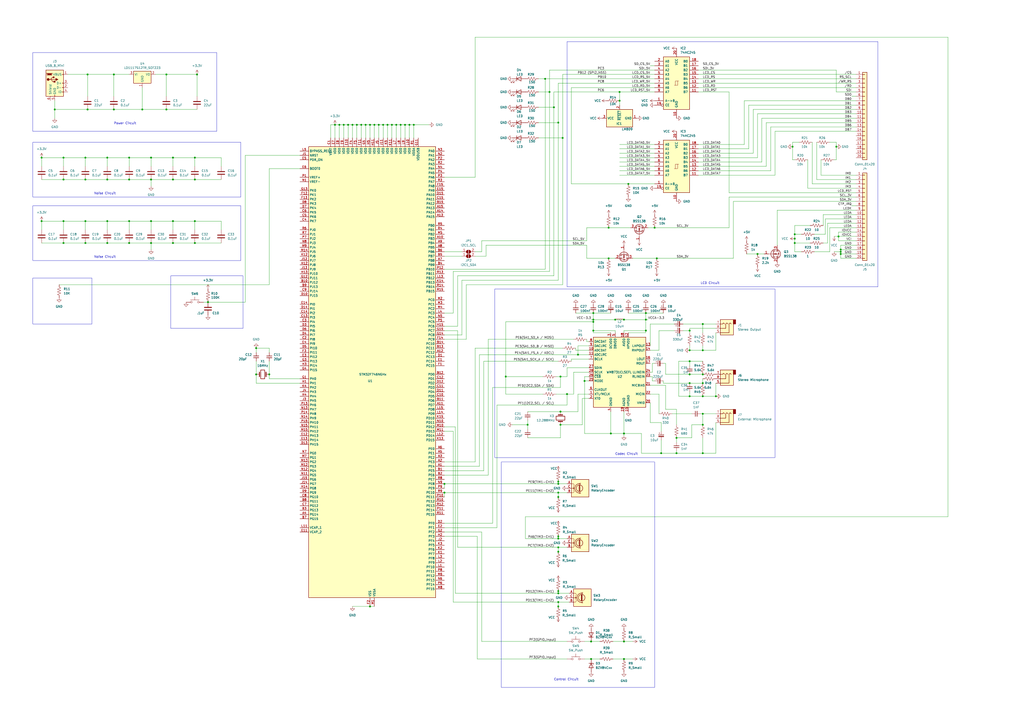
<source format=kicad_sch>
(kicad_sch (version 20230121) (generator eeschema)
  (paper "A2")
  (junction (at 323.85 344.17))
  (junction (at 148.59 217.17))
  (junction (at 325.12 218.44))
  (junction (at 407.67 246.38))
  (junction (at 293.37 218.44))
  (junction (at 306.07 246.38))
  (junction (at 204.47 72.39))
  (junction (at 96.52 43.18))
  (junction (at 74.93 104.14))
  (junction (at 335.28 205.74))
  (junction (at 381 149.86))
  (junction (at 342.9 382.27))
  (junction (at 66.04 63.5))
  (junction (at 359.41 58.42))
  (junction (at 36.83 91.44))
  (junction (at 257.81 285.75))
  (junction (at 196.85 72.39))
  (junction (at 31.75 63.5))
  (junction (at 407.67 262.89))
  (junction (at 100.33 91.44))
  (junction (at 87.63 140.97))
  (junction (at 49.53 128.27))
  (junction (at 214.63 72.39))
  (junction (at 407.67 217.17))
  (junction (at 113.03 140.97))
  (junction (at 148.59 201.93))
  (junction (at 316.23 45.72))
  (junction (at 87.63 128.27))
  (junction (at 374.65 191.77))
  (junction (at 323.85 342.9))
  (junction (at 219.71 72.39))
  (junction (at 392.43 254))
  (junction (at 234.95 72.39))
  (junction (at 257.81 280.67))
  (junction (at 407.67 187.96))
  (junction (at 229.87 72.39))
  (junction (at 353.06 149.86))
  (junction (at 415.29 229.87))
  (junction (at 361.95 382.27))
  (junction (at 323.85 351.79))
  (junction (at 323.85 71.12))
  (junction (at 323.85 285.75))
  (junction (at 318.77 53.34))
  (junction (at 356.87 185.42))
  (junction (at 323.85 317.5))
  (junction (at 49.53 140.97))
  (junction (at 487.68 147.32))
  (junction (at 87.63 104.14))
  (junction (at 120.65 175.26))
  (junction (at 240.03 72.39))
  (junction (at 24.13 128.27))
  (junction (at 328.93 228.6))
  (junction (at 407.67 222.25))
  (junction (at 400.05 229.87))
  (junction (at 96.52 63.5))
  (junction (at 36.83 128.27))
  (junction (at 487.68 144.78))
  (junction (at 400.05 217.17))
  (junction (at 49.53 91.44))
  (junction (at 36.83 104.14))
  (junction (at 392.43 262.89))
  (junction (at 113.03 128.27))
  (junction (at 194.31 72.39))
  (junction (at 459.74 85.09))
  (junction (at 359.41 53.34))
  (junction (at 74.93 128.27))
  (junction (at 485.14 85.09))
  (junction (at 407.67 240.03))
  (junction (at 400.05 191.77))
  (junction (at 212.09 72.39))
  (junction (at 100.33 104.14))
  (junction (at 323.85 349.25))
  (junction (at 100.33 128.27))
  (junction (at 325.12 238.76))
  (junction (at 400.05 203.2))
  (junction (at 114.3 43.18))
  (junction (at 439.42 147.32))
  (junction (at 232.41 72.39))
  (junction (at 486.41 137.16))
  (junction (at 237.49 72.39))
  (junction (at 344.17 186.69))
  (junction (at 323.85 279.4))
  (junction (at 461.01 135.89))
  (junction (at 82.55 63.5))
  (junction (at 74.93 140.97))
  (junction (at 199.39 72.39))
  (junction (at 50.8 43.18))
  (junction (at 62.23 104.14))
  (junction (at 36.83 140.97))
  (junction (at 224.79 72.39))
  (junction (at 487.68 146.05))
  (junction (at 24.13 91.44))
  (junction (at 407.67 229.87))
  (junction (at 353.06 132.08))
  (junction (at 222.25 72.39))
  (junction (at 339.09 220.98))
  (junction (at 344.17 191.77))
  (junction (at 374.65 185.42))
  (junction (at 342.9 372.11))
  (junction (at 364.49 106.68))
  (junction (at 344.17 185.42))
  (junction (at 383.54 262.89))
  (junction (at 361.95 185.42))
  (junction (at 361.95 251.46))
  (junction (at 113.03 91.44))
  (junction (at 461.01 138.43))
  (junction (at 379.73 132.08))
  (junction (at 50.8 63.5))
  (junction (at 344.17 181.61))
  (junction (at 62.23 91.44))
  (junction (at 361.95 372.11))
  (junction (at 461.01 140.97))
  (junction (at 62.23 128.27))
  (junction (at 87.63 91.44))
  (junction (at 323.85 280.67))
  (junction (at 113.03 104.14))
  (junction (at 323.85 288.29))
  (junction (at 209.55 72.39))
  (junction (at 400.05 209.55))
  (junction (at 74.93 91.44))
  (junction (at 323.85 311.15))
  (junction (at 49.53 104.14))
  (junction (at 156.21 217.17))
  (junction (at 62.23 140.97))
  (junction (at 321.31 62.23))
  (junction (at 217.17 72.39))
  (junction (at 201.93 72.39))
  (junction (at 354.33 251.46))
  (junction (at 66.04 43.18))
  (junction (at 100.33 140.97))
  (junction (at 325.12 246.38))
  (junction (at 323.85 320.04))
  (junction (at 207.01 72.39))
  (junction (at 326.39 80.01))
  (junction (at 374.65 181.61))
  (junction (at 323.85 312.42))
  (junction (at 407.67 203.2))
  (junction (at 214.63 351.79))
  (junction (at 400.05 222.25))
  (junction (at 227.33 72.39))
  (wire (pts (xy 377.19 187.96) (xy 391.16 187.96)))
  (wire (pts (xy 275.59 148.59) (xy 281.94 148.59)))
  (wire (pts (xy 222.25 72.39) (xy 222.25 80.01)))
  (wire (pts (xy 472.44 146.05) (xy 481.33 146.05)))
  (wire (pts (xy 323.85 162.56) (xy 267.97 162.56)))
  (wire (pts (xy 148.59 222.25) (xy 148.59 217.17)))
  (wire (pts (xy 444.5 96.52) (xy 444.5 71.12)))
  (wire (pts (xy 66.04 43.18) (xy 66.04 55.88)))
  (wire (pts (xy 422.91 111.76) (xy 496.57 111.76)))
  (wire (pts (xy 386.08 217.17) (xy 386.08 210.82)))
  (wire (pts (xy 377.19 38.1) (xy 379.73 38.1)))
  (wire (pts (xy 74.93 104.14) (xy 87.63 104.14)))
  (wire (pts (xy 425.45 116.84) (xy 425.45 149.86)))
  (wire (pts (xy 31.75 63.5) (xy 50.8 63.5)))
  (wire (pts (xy 265.43 317.5) (xy 323.85 317.5)))
  (wire (pts (xy 49.53 91.44) (xy 49.53 96.52)))
  (wire (pts (xy 407.67 254) (xy 407.67 262.89)))
  (wire (pts (xy 347.98 372.11) (xy 342.9 372.11)))
  (wire (pts (xy 337.82 246.38) (xy 325.12 246.38)))
  (wire (pts (xy 359.41 88.9) (xy 379.73 88.9)))
  (wire (pts (xy 459.74 92.71) (xy 459.74 85.09)))
  (wire (pts (xy 400.05 209.55) (xy 393.7 209.55)))
  (wire (pts (xy 481.33 132.08) (xy 481.33 146.05)))
  (wire (pts (xy 377.19 215.9) (xy 378.46 215.9)))
  (wire (pts (xy 400.05 191.77) (xy 400.05 193.04)))
  (wire (pts (xy 323.85 279.4) (xy 323.85 278.13)))
  (wire (pts (xy 114.3 43.18) (xy 114.3 55.88)))
  (wire (pts (xy 262.89 349.25) (xy 262.89 250.19)))
  (wire (pts (xy 278.13 205.74) (xy 335.28 205.74)))
  (wire (pts (xy 405.13 83.82) (xy 431.8 83.82)))
  (wire (pts (xy 383.54 245.11) (xy 383.54 250.19)))
  (wire (pts (xy 359.41 96.52) (xy 379.73 96.52)))
  (wire (pts (xy 331.47 50.8) (xy 379.73 50.8)))
  (wire (pts (xy 257.81 273.05) (xy 280.67 273.05)))
  (wire (pts (xy 49.53 128.27) (xy 49.53 133.35)))
  (wire (pts (xy 267.97 194.31) (xy 257.81 194.31)))
  (wire (pts (xy 148.59 209.55) (xy 148.59 217.17)))
  (wire (pts (xy 392.43 246.38) (xy 392.43 237.49)))
  (wire (pts (xy 486.41 137.16) (xy 496.57 137.16)))
  (wire (pts (xy 487.68 146.05) (xy 487.68 147.32)))
  (wire (pts (xy 227.33 72.39) (xy 229.87 72.39)))
  (wire (pts (xy 477.52 124.46) (xy 496.57 124.46)))
  (wire (pts (xy 356.87 193.04) (xy 356.87 191.77)))
  (wire (pts (xy 321.31 53.34) (xy 359.41 53.34)))
  (wire (pts (xy 62.23 128.27) (xy 62.23 133.35)))
  (wire (pts (xy 262.89 181.61) (xy 257.81 181.61)))
  (wire (pts (xy 361.95 372.11) (xy 367.03 372.11)))
  (wire (pts (xy 483.87 137.16) (xy 486.41 137.16)))
  (wire (pts (xy 361.95 251.46) (xy 361.95 252.73)))
  (wire (pts (xy 312.42 62.23) (xy 321.31 62.23)))
  (wire (pts (xy 120.65 175.26) (xy 142.24 175.26)))
  (wire (pts (xy 312.42 53.34) (xy 318.77 53.34)))
  (wire (pts (xy 486.41 134.62) (xy 486.41 137.16)))
  (wire (pts (xy 214.63 72.39) (xy 214.63 80.01)))
  (wire (pts (xy 207.01 72.39) (xy 209.55 72.39)))
  (wire (pts (xy 257.81 189.23) (xy 265.43 189.23)))
  (wire (pts (xy 359.41 99.06) (xy 379.73 99.06)))
  (wire (pts (xy 275.59 21.59) (xy 275.59 102.87)))
  (wire (pts (xy 312.42 71.12) (xy 323.85 71.12)))
  (wire (pts (xy 476.25 101.6) (xy 496.57 101.6)))
  (wire (pts (xy 459.74 82.55) (xy 463.55 82.55)))
  (wire (pts (xy 262.89 250.19) (xy 257.81 250.19)))
  (wire (pts (xy 487.68 142.24) (xy 487.68 144.78)))
  (wire (pts (xy 279.4 139.7) (xy 279.4 146.05)))
  (wire (pts (xy 113.03 128.27) (xy 128.27 128.27)))
  (wire (pts (xy 407.67 187.96) (xy 415.29 187.96)))
  (wire (pts (xy 334.01 203.2) (xy 341.63 203.2)))
  (wire (pts (xy 24.13 140.97) (xy 36.83 140.97)))
  (wire (pts (xy 24.13 91.44) (xy 24.13 96.52)))
  (wire (pts (xy 439.42 66.04) (xy 496.57 66.04)))
  (wire (pts (xy 323.85 48.26) (xy 323.85 71.12)))
  (wire (pts (xy 328.93 280.67) (xy 323.85 280.67)))
  (wire (pts (xy 278.13 270.51) (xy 278.13 205.74)))
  (wire (pts (xy 364.49 106.68) (xy 379.73 106.68)))
  (wire (pts (xy 393.7 229.87) (xy 400.05 229.87)))
  (wire (pts (xy 461.01 138.43) (xy 461.01 140.97)))
  (wire (pts (xy 377.19 218.44) (xy 378.46 218.44)))
  (wire (pts (xy 314.96 228.6) (xy 293.37 228.6)))
  (wire (pts (xy 382.27 240.03) (xy 382.27 228.6)))
  (wire (pts (xy 377.19 245.11) (xy 377.19 233.68)))
  (wire (pts (xy 323.85 320.04) (xy 323.85 321.31)))
  (wire (pts (xy 386.08 237.49) (xy 386.08 223.52)))
  (wire (pts (xy 480.06 129.54) (xy 480.06 140.97)))
  (wire (pts (xy 113.03 104.14) (xy 128.27 104.14)))
  (wire (pts (xy 293.37 186.69) (xy 344.17 186.69)))
  (wire (pts (xy 173.99 222.25) (xy 148.59 222.25)))
  (wire (pts (xy 257.81 148.59) (xy 267.97 148.59)))
  (wire (pts (xy 332.74 215.9) (xy 332.74 228.6)))
  (wire (pts (xy 341.63 200.66) (xy 335.28 200.66)))
  (wire (pts (xy 224.79 72.39) (xy 224.79 80.01)))
  (wire (pts (xy 487.68 149.86) (xy 496.57 149.86)))
  (wire (pts (xy 549.91 21.59) (xy 275.59 21.59)))
  (wire (pts (xy 344.17 181.61) (xy 354.33 181.61)))
  (wire (pts (xy 353.06 149.86) (xy 356.87 149.86)))
  (wire (pts (xy 383.54 262.89) (xy 392.43 262.89)))
  (wire (pts (xy 487.68 142.24) (xy 496.57 142.24)))
  (wire (pts (xy 353.06 132.08) (xy 365.76 132.08)))
  (wire (pts (xy 316.23 45.72) (xy 379.73 45.72)))
  (wire (pts (xy 328.93 228.6) (xy 328.93 234.95)))
  (wire (pts (xy 214.63 72.39) (xy 217.17 72.39)))
  (wire (pts (xy 406.4 240.03) (xy 407.67 240.03)))
  (wire (pts (xy 359.41 86.36) (xy 379.73 86.36)))
  (wire (pts (xy 196.85 72.39) (xy 199.39 72.39)))
  (wire (pts (xy 270.51 196.85) (xy 257.81 196.85)))
  (wire (pts (xy 374.65 185.42) (xy 375.92 185.42)))
  (wire (pts (xy 400.05 227.33) (xy 400.05 229.87)))
  (wire (pts (xy 359.41 91.44) (xy 379.73 91.44)))
  (wire (pts (xy 224.79 72.39) (xy 227.33 72.39)))
  (wire (pts (xy 257.81 146.05) (xy 267.97 146.05)))
  (wire (pts (xy 478.79 127) (xy 496.57 127)))
  (wire (pts (xy 335.28 228.6) (xy 335.28 238.76)))
  (wire (pts (xy 232.41 72.39) (xy 234.95 72.39)))
  (wire (pts (xy 389.89 240.03) (xy 401.32 240.03)))
  (wire (pts (xy 328.93 213.36) (xy 328.93 218.44)))
  (wire (pts (xy 393.7 209.55) (xy 393.7 229.87)))
  (wire (pts (xy 237.49 72.39) (xy 237.49 80.01)))
  (wire (pts (xy 36.83 128.27) (xy 49.53 128.27)))
  (wire (pts (xy 323.85 351.79) (xy 323.85 353.06)))
  (wire (pts (xy 337.82 231.14) (xy 337.82 246.38)))
  (wire (pts (xy 304.8 299.72) (xy 549.91 299.72)))
  (wire (pts (xy 383.54 255.27) (xy 383.54 262.89)))
  (wire (pts (xy 461.01 130.81) (xy 461.01 135.89)))
  (wire (pts (xy 328.93 285.75) (xy 323.85 285.75)))
  (wire (pts (xy 434.34 60.96) (xy 496.57 60.96)))
  (wire (pts (xy 549.91 299.72) (xy 549.91 21.59)))
  (wire (pts (xy 280.67 273.05) (xy 280.67 209.55)))
  (wire (pts (xy 359.41 53.34) (xy 359.41 58.42)))
  (wire (pts (xy 361.95 382.27) (xy 355.6 382.27)))
  (wire (pts (xy 325.12 246.38) (xy 325.12 254)))
  (wire (pts (xy 288.29 234.95) (xy 328.93 234.95)))
  (wire (pts (xy 379.73 132.08) (xy 422.91 132.08)))
  (wire (pts (xy 472.44 135.89) (xy 478.79 135.89)))
  (wire (pts (xy 361.95 185.42) (xy 374.65 185.42)))
  (wire (pts (xy 447.04 73.66) (xy 447.04 99.06)))
  (wire (pts (xy 473.71 104.14) (xy 496.57 104.14)))
  (wire (pts (xy 405.13 88.9) (xy 436.88 88.9)))
  (wire (pts (xy 288.29 234.95) (xy 288.29 306.07)))
  (wire (pts (xy 407.67 187.96) (xy 407.67 193.04)))
  (wire (pts (xy 257.81 285.75) (xy 257.81 288.29)))
  (wire (pts (xy 332.74 228.6) (xy 328.93 228.6)))
  (wire (pts (xy 285.75 224.79) (xy 325.12 224.79)))
  (wire (pts (xy 405.13 40.64) (xy 485.14 40.64)))
  (wire (pts (xy 405.13 93.98) (xy 441.96 93.98)))
  (wire (pts (xy 66.04 63.5) (xy 82.55 63.5)))
  (wire (pts (xy 461.01 135.89) (xy 464.82 135.89)))
  (wire (pts (xy 382.27 203.2) (xy 382.27 191.77)))
  (wire (pts (xy 297.18 246.38) (xy 306.07 246.38)))
  (wire (pts (xy 74.93 128.27) (xy 74.93 133.35)))
  (wire (pts (xy 347.98 382.27) (xy 342.9 382.27)))
  (wire (pts (xy 270.51 165.1) (xy 270.51 196.85)))
  (wire (pts (xy 113.03 91.44) (xy 113.03 96.52)))
  (wire (pts (xy 415.29 203.2) (xy 407.67 203.2)))
  (wire (pts (xy 323.85 342.9) (xy 323.85 341.63)))
  (wire (pts (xy 156.21 201.93) (xy 156.21 204.47)))
  (wire (pts (xy 285.75 224.79) (xy 285.75 303.53)))
  (wire (pts (xy 257.81 306.07) (xy 288.29 306.07)))
  (wire (pts (xy 400.05 209.55) (xy 407.67 209.55)))
  (wire (pts (xy 487.68 144.78) (xy 496.57 144.78)))
  (wire (pts (xy 392.43 262.89) (xy 407.67 262.89)))
  (wire (pts (xy 464.82 146.05) (xy 461.01 146.05)))
  (wire (pts (xy 392.43 254) (xy 401.32 254)))
  (wire (pts (xy 264.16 247.65) (xy 264.16 344.17)))
  (wire (pts (xy 364.49 106.68) (xy 331.47 106.68)))
  (wire (pts (xy 335.28 200.66) (xy 335.28 205.74)))
  (wire (pts (xy 199.39 72.39) (xy 199.39 80.01)))
  (wire (pts (xy 354.33 193.04) (xy 344.17 193.04)))
  (wire (pts (xy 450.85 142.24) (xy 450.85 121.92)))
  (wire (pts (xy 407.67 240.03) (xy 407.67 246.38)))
  (wire (pts (xy 36.83 104.14) (xy 49.53 104.14)))
  (wire (pts (xy 264.16 344.17) (xy 323.85 344.17)))
  (wire (pts (xy 354.33 238.76) (xy 354.33 251.46)))
  (wire (pts (xy 100.33 91.44) (xy 100.33 96.52)))
  (wire (pts (xy 328.93 317.5) (xy 323.85 317.5)))
  (wire (pts (xy 39.37 43.18) (xy 50.8 43.18)))
  (wire (pts (xy 100.33 128.27) (xy 100.33 133.35)))
  (wire (pts (xy 469.9 130.81) (xy 461.01 130.81)))
  (wire (pts (xy 217.17 72.39) (xy 219.71 72.39)))
  (wire (pts (xy 359.41 83.82) (xy 379.73 83.82)))
  (wire (pts (xy 326.39 43.18) (xy 326.39 80.01)))
  (wire (pts (xy 306.07 246.38) (xy 306.07 248.92)))
  (wire (pts (xy 377.19 228.6) (xy 382.27 228.6)))
  (wire (pts (xy 293.37 218.44) (xy 293.37 186.69)))
  (wire (pts (xy 477.52 124.46) (xy 477.52 130.81)))
  (wire (pts (xy 392.43 254) (xy 392.43 256.54)))
  (wire (pts (xy 341.63 218.44) (xy 339.09 218.44)))
  (wire (pts (xy 405.13 91.44) (xy 439.42 91.44)))
  (wire (pts (xy 392.43 237.49) (xy 386.08 237.49)))
  (wire (pts (xy 485.14 85.09) (xy 485.14 82.55)))
  (wire (pts (xy 34.29 165.1) (xy 156.21 165.1)))
  (wire (pts (xy 425.45 116.84) (xy 496.57 116.84)))
  (wire (pts (xy 361.95 382.27) (xy 367.03 382.27)))
  (wire (pts (xy 217.17 72.39) (xy 217.17 80.01)))
  (wire (pts (xy 323.85 288.29) (xy 323.85 289.56)))
  (wire (pts (xy 276.86 382.27) (xy 328.93 382.27)))
  (wire (pts (xy 321.31 62.23) (xy 321.31 160.02)))
  (wire (pts (xy 318.77 40.64) (xy 379.73 40.64)))
  (wire (pts (xy 257.81 247.65) (xy 264.16 247.65)))
  (wire (pts (xy 341.63 228.6) (xy 335.28 228.6)))
  (wire (pts (xy 50.8 43.18) (xy 50.8 55.88)))
  (wire (pts (xy 431.8 83.82) (xy 431.8 58.42)))
  (wire (pts (xy 383.54 245.11) (xy 377.19 245.11)))
  (wire (pts (xy 485.14 53.34) (xy 496.57 53.34)))
  (wire (pts (xy 361.95 191.77) (xy 374.65 191.77)))
  (wire (pts (xy 265.43 317.5) (xy 265.43 191.77)))
  (wire (pts (xy 400.05 191.77) (xy 400.05 190.5)))
  (wire (pts (xy 400.05 229.87) (xy 407.67 229.87)))
  (wire (pts (xy 468.63 92.71) (xy 468.63 109.22)))
  (wire (pts (xy 201.93 72.39) (xy 204.47 72.39)))
  (wire (pts (xy 400.05 217.17) (xy 386.08 217.17)))
  (wire (pts (xy 323.85 312.42) (xy 323.85 311.15)))
  (wire (pts (xy 340.36 149.86) (xy 353.06 149.86)))
  (wire (pts (xy 401.32 254) (xy 401.32 246.38)))
  (wire (pts (xy 316.23 45.72) (xy 316.23 156.21)))
  (wire (pts (xy 66.04 43.18) (xy 74.93 43.18)))
  (wire (pts (xy 364.49 193.04) (xy 374.65 193.04)))
  (wire (pts (xy 219.71 72.39) (xy 222.25 72.39)))
  (wire (pts (xy 257.81 275.59) (xy 283.21 275.59)))
  (wire (pts (xy 234.95 72.39) (xy 234.95 80.01)))
  (wire (pts (xy 24.13 128.27) (xy 24.13 133.35)))
  (wire (pts (xy 306.07 243.84) (xy 306.07 246.38)))
  (wire (pts (xy 209.55 72.39) (xy 212.09 72.39)))
  (wire (pts (xy 96.52 63.5) (xy 114.3 63.5)))
  (wire (pts (xy 50.8 43.18) (xy 66.04 43.18)))
  (wire (pts (xy 439.42 66.04) (xy 439.42 91.44)))
  (wire (pts (xy 36.83 91.44) (xy 36.83 96.52)))
  (wire (pts (xy 321.31 53.34) (xy 321.31 62.23)))
  (wire (pts (xy 331.47 209.55) (xy 331.47 208.28)))
  (wire (pts (xy 322.58 228.6) (xy 328.93 228.6)))
  (wire (pts (xy 405.13 86.36) (xy 434.34 86.36)))
  (wire (pts (xy 194.31 72.39) (xy 191.77 72.39)))
  (wire (pts (xy 306.07 238.76) (xy 325.12 238.76)))
  (wire (pts (xy 257.81 280.67) (xy 257.81 283.21)))
  (wire (pts (xy 87.63 140.97) (xy 87.63 144.78)))
  (wire (pts (xy 148.59 201.93) (xy 156.21 201.93)))
  (wire (pts (xy 494.03 55.88) (xy 496.57 55.88)))
  (wire (pts (xy 382.27 191.77) (xy 391.16 191.77)))
  (wire (pts (xy 280.67 209.55) (xy 323.85 209.55)))
  (wire (pts (xy 142.24 175.26) (xy 142.24 90.17)))
  (wire (pts (xy 481.33 82.55) (xy 485.14 82.55)))
  (wire (pts (xy 222.25 72.39) (xy 224.79 72.39)))
  (wire (pts (xy 312.42 80.01) (xy 326.39 80.01)))
  (wire (pts (xy 354.33 251.46) (xy 361.95 251.46)))
  (wire (pts (xy 330.2 344.17) (xy 323.85 344.17)))
  (wire (pts (xy 486.41 139.7) (xy 496.57 139.7)))
  (wire (pts (xy 49.53 128.27) (xy 62.23 128.27)))
  (wire (pts (xy 441.96 93.98) (xy 441.96 68.58)))
  (wire (pts (xy 386.08 210.82) (xy 384.81 210.82)))
  (wire (pts (xy 87.63 104.14) (xy 87.63 107.95)))
  (wire (pts (xy 148.59 201.93) (xy 148.59 204.47)))
  (wire (pts (xy 434.34 60.96) (xy 434.34 86.36)))
  (wire (pts (xy 279.4 372.11) (xy 328.93 372.11)))
  (wire (pts (xy 265.43 160.02) (xy 265.43 189.23)))
  (wire (pts (xy 227.33 72.39) (xy 227.33 80.01)))
  (wire (pts (xy 471.17 106.68) (xy 496.57 106.68)))
  (wire (pts (xy 396.24 187.96) (xy 407.67 187.96)))
  (wire (pts (xy 375.92 132.08) (xy 379.73 132.08)))
  (wire (pts (xy 87.63 140.97) (xy 100.33 140.97)))
  (wire (pts (xy 156.21 97.79) (xy 173.99 97.79)))
  (wire (pts (xy 486.41 134.62) (xy 496.57 134.62)))
  (wire (pts (xy 478.79 127) (xy 478.79 135.89)))
  (wire (pts (xy 341.63 213.36) (xy 328.93 213.36)))
  (wire (pts (xy 191.77 72.39) (xy 191.77 80.01)))
  (wire (pts (xy 257.81 267.97) (xy 275.59 267.97)))
  (wire (pts (xy 100.33 104.14) (xy 113.03 104.14)))
  (wire (pts (xy 142.24 90.17) (xy 173.99 90.17)))
  (wire (pts (xy 257.81 285.75) (xy 323.85 285.75)))
  (wire (pts (xy 415.29 229.87) (xy 415.29 222.25)))
  (wire (pts (xy 275.59 267.97) (xy 275.59 201.93)))
  (wire (pts (xy 49.53 104.14) (xy 62.23 104.14)))
  (wire (pts (xy 494.03 119.38) (xy 496.57 119.38)))
  (wire (pts (xy 36.83 91.44) (xy 49.53 91.44)))
  (wire (pts (xy 199.39 72.39) (xy 201.93 72.39)))
  (wire (pts (xy 439.42 147.32) (xy 443.23 147.32)))
  (wire (pts (xy 204.47 351.79) (xy 214.63 351.79)))
  (wire (pts (xy 378.46 215.9) (xy 378.46 210.82)))
  (wire (pts (xy 405.13 50.8) (xy 496.57 50.8)))
  (wire (pts (xy 323.85 71.12) (xy 323.85 162.56)))
  (wire (pts (xy 374.65 181.61) (xy 374.65 185.42)))
  (wire (pts (xy 74.93 128.27) (xy 87.63 128.27)))
  (wire (pts (xy 422.91 53.34) (xy 422.91 111.76)))
  (wire (pts (xy 415.29 190.5) (xy 400.05 190.5)))
  (wire (pts (xy 339.09 251.46) (xy 354.33 251.46)))
  (wire (pts (xy 436.88 88.9) (xy 436.88 63.5)))
  (wire (pts (xy 400.05 222.25) (xy 384.81 222.25)))
  (wire (pts (xy 384.81 222.25) (xy 384.81 220.98)))
  (wire (pts (xy 400.05 200.66) (xy 400.05 203.2)))
  (wire (pts (xy 96.52 43.18) (xy 114.3 43.18)))
  (wire (pts (xy 342.9 372.11) (xy 339.09 372.11)))
  (wire (pts (xy 304.8 299.72) (xy 304.8 312.42)))
  (wire (pts (xy 156.21 219.71) (xy 156.21 217.17)))
  (wire (pts (xy 473.71 82.55) (xy 473.71 104.14)))
  (wire (pts (xy 194.31 72.39) (xy 196.85 72.39)))
  (wire (pts (xy 232.41 72.39) (xy 232.41 80.01)))
  (wire (pts (xy 240.03 72.39) (xy 240.03 80.01)))
  (wire (pts (xy 100.33 140.97) (xy 113.03 140.97)))
  (wire (pts (xy 405.13 43.18) (xy 496.57 43.18)))
  (wire (pts (xy 367.03 149.86) (xy 381 149.86)))
  (wire (pts (xy 128.27 128.27) (xy 128.27 133.35)))
  (wire (pts (xy 359.41 101.6) (xy 379.73 101.6)))
  (wire (pts (xy 234.95 72.39) (xy 237.49 72.39)))
  (wire (pts (xy 318.77 53.34) (xy 318.77 157.48)))
  (wire (pts (xy 326.39 165.1) (xy 270.51 165.1)))
  (wire (pts (xy 304.8 312.42) (xy 323.85 312.42)))
  (wire (pts (xy 407.67 229.87) (xy 415.29 229.87)))
  (wire (pts (xy 113.03 91.44) (xy 128.27 91.44)))
  (wire (pts (xy 405.13 45.72) (xy 496.57 45.72)))
  (wire (pts (xy 377.19 223.52) (xy 386.08 223.52)))
  (wire (pts (xy 128.27 91.44) (xy 128.27 96.52)))
  (wire (pts (xy 204.47 72.39) (xy 204.47 80.01)))
  (wire (pts (xy 74.93 91.44) (xy 87.63 91.44)))
  (wire (pts (xy 87.63 128.27) (xy 100.33 128.27)))
  (wire (pts (xy 265.43 191.77) (xy 257.81 191.77)))
  (wire (pts (xy 481.33 132.08) (xy 496.57 132.08)))
  (wire (pts (xy 323.85 48.26) (xy 379.73 48.26)))
  (wire (pts (xy 487.68 147.32) (xy 487.68 149.86)))
  (wire (pts (xy 342.9 382.27) (xy 339.09 382.27)))
  (wire (pts (xy 36.83 128.27) (xy 36.83 133.35)))
  (wire (pts (xy 341.63 215.9) (xy 332.74 215.9)))
  (wire (pts (xy 36.83 128.27) (xy 24.13 128.27)))
  (wire (pts (xy 207.01 72.39) (xy 207.01 80.01)))
  (wire (pts (xy 405.13 99.06) (xy 447.04 99.06)))
  (wire (pts (xy 344.17 185.42) (xy 356.87 185.42)))
  (wire (pts (xy 113.03 128.27) (xy 113.03 133.35)))
  (wire (pts (xy 340.36 196.85) (xy 340.36 198.12)))
  (wire (pts (xy 262.89 157.48) (xy 262.89 181.61)))
  (wire (pts (xy 24.13 104.14) (xy 36.83 104.14)))
  (wire (pts (xy 487.68 144.78) (xy 487.68 146.05)))
  (wire (pts (xy 325.12 218.44) (xy 325.12 224.79)))
  (wire (pts (xy 392.43 261.62) (xy 392.43 262.89)))
  (wire (pts (xy 156.21 209.55) (xy 156.21 217.17)))
  (wire (pts (xy 283.21 275.59) (xy 283.21 196.85)))
  (wire (pts (xy 405.13 101.6) (xy 449.58 101.6)))
  (wire (pts (xy 405.13 48.26) (xy 496.57 48.26)))
  (wire (pts (xy 407.67 240.03) (xy 415.29 240.03)))
  (wire (pts (xy 257.81 270.51) (xy 278.13 270.51)))
  (wire (pts (xy 344.17 186.69) (xy 344.17 185.42)))
  (wire (pts (xy 214.63 351.79) (xy 217.17 351.79)))
  (wire (pts (xy 323.85 349.25) (xy 323.85 351.79)))
  (wire (pts (xy 49.53 91.44) (xy 62.23 91.44)))
  (wire (pts (xy 422.91 132.08) (xy 422.91 114.3)))
  (wire (pts (xy 212.09 72.39) (xy 214.63 72.39)))
  (wire (pts (xy 381 149.86) (xy 425.45 149.86)))
  (wire (pts (xy 407.67 203.2) (xy 400.05 203.2)))
  (wire (pts (xy 449.58 101.6) (xy 449.58 76.2)))
  (wire (pts (xy 96.52 43.18) (xy 96.52 55.88)))
  (wire (pts (xy 344.17 191.77) (xy 344.17 186.69)))
  (wire (pts (xy 359.41 93.98) (xy 379.73 93.98)))
  (wire (pts (xy 279.4 146.05) (xy 275.59 146.05)))
  (wire (pts (xy 100.33 128.27) (xy 113.03 128.27)))
  (wire (pts (xy 377.19 200.66) (xy 377.19 187.96)))
  (wire (pts (xy 325.12 254) (xy 306.07 254)))
  (wire (pts (xy 361.95 372.11) (xy 355.6 372.11)))
  (wire (pts (xy 90.17 43.18) (xy 96.52 43.18)))
  (wire (pts (xy 444.5 71.12) (xy 496.57 71.12)))
  (wire (pts (xy 318.77 157.48) (xy 262.89 157.48)))
  (wire (pts (xy 471.17 106.68) (xy 471.17 82.55)))
  (wire (pts (xy 321.31 160.02) (xy 265.43 160.02)))
  (wire (pts (xy 323.85 344.17) (xy 323.85 342.9)))
  (wire (pts (xy 212.09 72.39) (xy 212.09 80.01)))
  (wire (pts (xy 334.01 181.61) (xy 344.17 181.61)))
  (wire (pts (xy 312.42 45.72) (xy 316.23 45.72)))
  (wire (pts (xy 31.75 63.5) (xy 31.75 68.58)))
  (wire (pts (xy 359.41 60.96) (xy 359.41 58.42)))
  (wire (pts (xy 374.65 181.61) (xy 384.81 181.61)))
  (wire (pts (xy 340.36 142.24) (xy 340.36 149.86)))
  (wire (pts (xy 339.09 220.98) (xy 339.09 251.46)))
  (wire (pts (xy 62.23 140.97) (xy 74.93 140.97)))
  (wire (pts (xy 330.2 349.25) (xy 323.85 349.25)))
  (wire (pts (xy 476.25 101.6) (xy 476.25 92.71)))
  (wire (pts (xy 314.96 218.44) (xy 293.37 218.44)))
  (wire (pts (xy 283.21 196.85) (xy 332.74 196.85)))
  (wire (pts (xy 422.91 114.3) (xy 496.57 114.3)))
  (wire (pts (xy 361.95 238.76) (xy 361.95 251.46)))
  (wire (pts (xy 383.54 262.89) (xy 372.11 262.89)))
  (wire (pts (xy 407.67 219.71) (xy 407.67 222.25)))
  (wire (pts (xy 331.47 208.28) (xy 341.63 208.28)))
  (wire (pts (xy 344.17 181.61) (xy 344.17 185.42)))
  (wire (pts (xy 62.23 128.27) (xy 74.93 128.27)))
  (wire (pts (xy 281.94 148.59) (xy 281.94 142.24)))
  (wire (pts (xy 396.24 191.77) (xy 400.05 191.77)))
  (wire (pts (xy 331.47 50.8) (xy 331.47 106.68)))
  (wire (pts (xy 204.47 72.39) (xy 207.01 72.39)))
  (wire (pts (xy 441.96 68.58) (xy 496.57 68.58)))
  (wire (pts (xy 201.93 72.39) (xy 201.93 80.01)))
  (wire (pts (xy 323.85 311.15) (xy 323.85 309.88)))
  (wire (pts (xy 459.74 85.09) (xy 459.74 82.55)))
  (wire (pts (xy 374.65 191.77) (xy 374.65 185.42)))
  (wire (pts (xy 400.05 217.17) (xy 407.67 217.17)))
  (wire (pts (xy 279.4 308.61) (xy 257.81 308.61)))
  (wire (pts (xy 340.36 198.12) (xy 341.63 198.12)))
  (wire (pts (xy 279.4 372.11) (xy 279.4 308.61)))
  (wire (pts (xy 344.17 193.04) (xy 344.17 191.77)))
  (wire (pts (xy 340.36 132.08) (xy 353.06 132.08)))
  (wire (pts (xy 74.93 140.97) (xy 87.63 140.97)))
  (wire (pts (xy 113.03 140.97) (xy 128.27 140.97)))
  (wire (pts (xy 340.36 139.7) (xy 340.36 132.08)))
  (wire (pts (xy 267.97 162.56) (xy 267.97 194.31)))
  (wire (pts (xy 400.05 212.09) (xy 400.05 209.55)))
  (wire (pts (xy 323.85 280.67) (xy 323.85 279.4)))
  (wire (pts (xy 257.81 280.67) (xy 323.85 280.67)))
  (wire (pts (xy 335.28 205.74) (xy 341.63 205.74)))
  (wire (pts (xy 364.49 181.61) (xy 374.65 181.61)))
  (wire (pts (xy 339.09 220.98) (xy 341.63 220.98)))
  (wire (pts (xy 74.93 91.44) (xy 74.93 96.52)))
  (wire (pts (xy 450.85 121.92) (xy 496.57 121.92)))
  (wire (pts (xy 377.19 203.2) (xy 382.27 203.2)))
  (wire (pts (xy 87.63 91.44) (xy 87.63 96.52)))
  (wire (pts (xy 328.93 218.44) (xy 325.12 218.44)))
  (wire (pts (xy 480.06 129.54) (xy 496.57 129.54)))
  (wire (pts (xy 485.14 53.34) (xy 485.14 40.64)))
  (wire (pts (xy 87.63 91.44) (xy 100.33 91.44)))
  (wire (pts (xy 461.01 92.71) (xy 459.74 92.71)))
  (wire (pts (xy 118.11 175.26) (xy 120.65 175.26)))
  (wire (pts (xy 401.32 246.38) (xy 407.67 246.38)))
  (wire (pts (xy 485.14 92.71) (xy 485.14 85.09)))
  (wire (pts (xy 237.49 72.39) (xy 240.03 72.39)))
  (wire (pts (xy 50.8 63.5) (xy 66.04 63.5)))
  (wire (pts (xy 374.65 193.04) (xy 374.65 191.77)))
  (wire (pts (xy 62.23 91.44) (xy 74.93 91.44)))
  (wire (pts (xy 281.94 142.24) (xy 340.36 142.24)))
  (wire (pts (xy 405.13 96.52) (xy 444.5 96.52)))
  (wire (pts (xy 477.52 140.97) (xy 480.06 140.97)))
  (wire (pts (xy 372.11 262.89) (xy 372.11 251.46)))
  (wire (pts (xy 322.58 218.44) (xy 325.12 218.44)))
  (wire (pts (xy 356.87 191.77) (xy 344.17 191.77)))
  (wire (pts (xy 323.85 285.75) (xy 323.85 288.29)))
  (wire (pts (xy 240.03 72.39) (xy 248.92 72.39)))
  (wire (pts (xy 378.46 218.44) (xy 378.46 220.98)))
  (wire (pts (xy 36.83 91.44) (xy 24.13 91.44)))
  (wire (pts (xy 341.63 231.14) (xy 337.82 231.14)))
  (wire (pts (xy 87.63 128.27) (xy 87.63 133.35)))
  (wire (pts (xy 415.29 193.04) (xy 415.29 203.2)))
  (wire (pts (xy 436.88 63.5) (xy 496.57 63.5)))
  (wire (pts (xy 378.46 220.98) (xy 379.73 220.98)))
  (wire (pts (xy 209.55 72.39) (xy 209.55 80.01)))
  (wire (pts (xy 36.83 140.97) (xy 49.53 140.97)))
  (wire (pts (xy 62.23 91.44) (xy 62.23 96.52)))
  (wire (pts (xy 316.23 156.21) (xy 257.81 156.21)))
  (wire (pts (xy 487.68 147.32) (xy 496.57 147.32)))
  (wire (pts (xy 339.09 218.44) (xy 339.09 220.98)))
  (wire (pts (xy 279.4 139.7) (xy 340.36 139.7)))
  (wire (pts (xy 342.9 185.42) (xy 344.17 185.42)))
  (wire (pts (xy 469.9 140.97) (xy 461.01 140.97)))
  (wire (pts (xy 293.37 228.6) (xy 293.37 218.44)))
  (wire (pts (xy 100.33 91.44) (xy 113.03 91.44)))
  (wire (pts (xy 400.05 222.25) (xy 407.67 222.25)))
  (wire (pts (xy 62.23 104.14) (xy 74.93 104.14)))
  (wire (pts (xy 82.55 63.5) (xy 96.52 63.5)))
  (wire (pts (xy 433.07 147.32) (xy 439.42 147.32)))
  (wire (pts (xy 447.04 73.66) (xy 496.57 73.66)))
  (wire (pts (xy 361.95 193.04) (xy 361.95 191.77)))
  (wire (pts (xy 229.87 72.39) (xy 232.41 72.39)))
  (wire (pts (xy 461.01 140.97) (xy 461.01 146.05)))
  (wire (pts (xy 359.41 53.34) (xy 379.73 53.34)))
  (wire (pts (xy 275.59 201.93) (xy 326.39 201.93)))
  (wire (pts (xy 31.75 58.42) (xy 31.75 63.5)))
  (wire (pts (xy 194.31 72.39) (xy 194.31 80.01)))
  (wire (pts (xy 328.93 312.42) (xy 323.85 312.42)))
  (wire (pts (xy 173.99 219.71) (xy 156.21 219.71)))
  (wire (pts (xy 196.85 72.39) (xy 196.85 80.01)))
  (wire (pts (xy 49.53 140.97) (xy 62.23 140.97)))
  (wire (pts (xy 262.89 349.25) (xy 323.85 349.25)))
  (wire (pts (xy 156.21 165.1) (xy 156.21 97.79)))
  (wire (pts (xy 276.86 382.27) (xy 276.86 311.15)))
  (wire (pts (xy 275.59 102.87) (xy 257.81 102.87)))
  (wire (pts (xy 407.67 200.66) (xy 407.67 203.2)))
  (wire (pts (xy 483.87 146.05) (xy 487.68 146.05)))
  (wire (pts (xy 431.8 58.42) (xy 496.57 58.42)))
  (wire (pts (xy 219.71 72.39) (xy 219.71 80.01)))
  (wire (pts (xy 361.95 185.42) (xy 356.87 185.42)))
  (wire (pts (xy 407.67 262.89) (xy 415.29 262.89)))
  (wire (pts (xy 449.58 76.2) (xy 496.57 76.2)))
  (wire (pts (xy 285.75 303.53) (xy 257.81 303.53)))
  (wire (pts (xy 486.41 137.16) (xy 486.41 139.7)))
  (wire (pts (xy 318.77 40.64) (xy 318.77 53.34)))
  (wire (pts (xy 326.39 80.01) (xy 326.39 165.1)))
  (wire (pts (xy 378.46 210.82) (xy 379.73 210.82)))
  (wire (pts (xy 335.28 238.76) (xy 325.12 238.76)))
  (wire (pts (xy 461.01 135.89) (xy 461.01 138.43)))
  (wire (pts (xy 405.13 53.34) (xy 422.91 53.34)))
  (wire (pts (xy 415.29 245.11) (xy 415.29 262.89)))
  (wire (pts (xy 326.39 43.18) (xy 379.73 43.18)))
  (wire (pts (xy 229.87 72.39) (xy 229.87 80.01)))
  (wire (pts (xy 334.01 201.93) (xy 334.01 203.2)))
  (wire (pts (xy 372.11 251.46) (xy 361.95 251.46)))
  (wire (pts (xy 257.81 311.15) (xy 276.86 311.15)))
  (wire (pts (xy 87.63 104.14) (xy 100.33 104.14)))
  (wire (pts (xy 468.63 109.22) (xy 496.57 109.22)))
  (wire (pts (xy 323.85 317.5) (xy 323.85 320.04)))
  (wire (pts (xy 82.55 50.8) (xy 82.55 63.5)))
  (wire (pts (xy 483.87 92.71) (xy 485.14 92.71)))
  (rectangle (start 19.05 82.55) (end 139.7 114.3))
  (rectangle (start 328.93 24.13) (end 509.27 166.37))
  (rectangle (start 99.06 160.02) (end 140.97 190.5))
  (rectangle (start 19.05 30.48) (end 125.73 76.2))
  (rectangle (start 19.05 161.29) (end 53.34 187.96))
  (rectangle (start 290.83 267.97) (end 379.73 398.78))
  (rectangle (start 19.05 119.38) (end 139.7 151.13))
  (rectangle (start 287.02 167.64) (end 449.58 265.43))
  (text "LCD Circuit" (at 406.4 165.1 0) (effects (font (size 1.27 1.27)) (justify left bottom)))
  (text "Control Circuit" (at 321.31 394.97 0) (effects (font (size 1.27 1.27)) (justify left bottom)))
  (text "Noise Circuit\n" (at 54.61 113.03 0) (effects (font (size 1.27 1.27)) (justify left bottom)))
  (text "Power Circuit\n" (at 66.04 72.39 0) (effects (font (size 1.27 1.27)) (justify left bottom)))
  (text "Noise Circuit\n" (at 54.61 149.86 0) (effects (font (size 1.27 1.27)) (justify left bottom)))
  (text "Codec Circuit" (at 356.87 264.16 0) (effects (font (size 1.27 1.27)) (justify left bottom)))
  (label "IOVCC" (at 494.03 134.62 180))
  (label "LCD_DATA3_5V" (at 377.19 91.44 180))
  (label "LCD_RST" (at 494.03 111.76 180))
  (label "DB5" (at 494.03 71.12 180))
  (label "PF2(GPIO_Input)" (at 322.58 372.11 180))
  (label "SDI_3V" (at 407.67 40.64 0))
  (label "PF3(GPIO_Input)" (at 322.58 382.27 180))
  (label "IM1" (at 490.22 104.14 0))
  (label "LCD_DATA0_5V" (at 377.19 83.82 180))
  (label "GND" (at 494.03 142.24 180))
  (label "PC8" (at 350.52 48.26 180))
  (label "SDA_3V" (at 392.43 149.86 0))
  (label "IOVCC" (at 494.03 137.16 180))
  (label "PE5(SAI1_SCK_A {slash} SCK)" (at 321.31 209.55 180))
  (label "PE9(TIM1-CH1)" (at 321.31 280.67 180))
  (label "DB0" (at 494.03 58.42 180))
  (label "PC3" (at 350.52 40.64 180))
  (label "GND" (at 494.03 144.78 180))
  (label "PC6" (at 350.52 53.34 180))
  (label "LCD_DATA1_5V" (at 377.19 86.36 180))
  (label "{slash}WR_RS" (at 494.03 48.26 180))
  (label "SD_CS_5V" (at 377.19 38.1 180))
  (label "SDO" (at 494.03 55.88 180))
  (label "LEDK" (at 494.03 121.92 180))
  (label "LCD_DATA1" (at 407.67 86.36 0))
  (label "LCD_RST_5V" (at 377.19 53.34 180))
  (label "DB7" (at 494.03 76.2 180))
  (label "PF0(I2C2_SDA {slash} SDA)" (at 321.31 224.79 180))
  (label "PE6(SA1_SD_A {slash} MOSI)" (at 321.31 196.85 180))
  (label "VCCA-3.3" (at 375.92 185.42 0))
  (label "LCD_DATA0" (at 407.67 83.82 0))
  (label "SD_CS_3V" (at 407.67 38.1 0))
  (label "LCD_DATA7_5V" (at 377.19 101.6 180))
  (label "SCL_5V" (at 339.09 139.7 180))
  (label "LCD_DATA4" (at 407.67 93.98 0))
  (label "{slash}CS" (at 494.03 43.18 180))
  (label "SDI_5V" (at 377.19 40.64 180))
  (label "RS_SCL" (at 494.03 45.72 180))
  (label "DB4" (at 494.03 68.58 180))
  (label "LCD_RS_5V" (at 377.19 45.72 180))
  (label "LCD_DATA7" (at 407.67 101.6 0))
  (label "DB3" (at 494.03 66.04 180))
  (label "CTP_IRQ" (at 494.03 119.38 180))
  (label "LEDA" (at 494.03 129.54 180))
  (label "LCD_WR_5V" (at 377.19 48.26 180))
  (label "LCD_DATA6" (at 407.67 99.06 0))
  (label "LCD_CS_5V" (at 377.19 43.18 180))
  (label "SDI" (at 494.03 53.34 180))
  (label "SCL_3V" (at 494.03 114.3 180))
  (label "LCD_WR" (at 407.67 48.26 0))
  (label "DB6" (at 494.03 73.66 180))
  (label "PB12 (SPI2_NSS)" (at 351.79 43.18 180))
  (label "VCI" (at 494.03 139.7 180))
  (label "LCD_DATA3" (at 407.67 91.44 0))
  (label "IM0" (at 490.22 101.6 0))
  (label "LEDA" (at 494.03 127 180))
  (label "LCD_DATA5_5V" (at 377.19 96.52 180))
  (label "VCC-3.3" (at 342.9 185.42 180))
  (label "SDA_3V" (at 494.03 116.84 180))
  (label "PD13(TIM1-CH2)" (at 321.31 349.25 180))
  (label "LCD_RS" (at 407.67 45.72 0))
  (label "PB10" (at 351.79 45.72 180))
  (label "PC7(TIM3-CH2)" (at 321.31 317.5 180))
  (label "PD12(TIM4-CH1)" (at 321.31 344.17 180))
  (label "LCD_DATA4_5V" (at 377.19 93.98 180))
  (label "LCD_RST" (at 407.67 53.34 0))
  (label "PA6(TIM3-CH1)" (at 321.31 312.42 180))
  (label "LCD_DATA2" (at 407.67 88.9 0))
  (label "DB2" (at 494.03 63.5 180))
  (label "PE4(SAI1_FS_A {slash} ADCL)" (at 321.31 205.74 180))
  (label "SCL_3V" (at 392.43 132.08 0))
  (label "IM3" (at 490.22 109.22 0))
  (label "GND" (at 494.03 149.86 180))
  (label "LCD_DATA6_5V" (at 377.19 99.06 180))
  (label "PE11(TIM1-CH2)" (at 321.31 285.75 180))
  (label "LCD_DATA5" (at 407.67 96.52 0))
  (label "LEDA" (at 494.03 124.46 180))
  (label "IM2" (at 490.22 106.68 0))
  (label "SDA_5V" (at 339.09 142.24 180))
  (label "LCD_DATA2_5V" (at 377.19 88.9 180))
  (label "LCD_CS" (at 407.67 43.18 0))
  (label "LEDA" (at 494.03 132.08 180))
  (label "PE3(SA1_SD_B {slash} MISO)" (at 321.31 201.93 180))
  (label "PF1(I2C2_SCL {slash} SCL)" (at 321.31 234.95 180))
  (label "{slash}RD" (at 494.03 50.8 180))
  (label "DB1" (at 494.03 60.96 180))
  (label "LCD_RD" (at 407.67 50.8 0))
  (label "LCD_RD_5V" (at 377.19 50.8 180))
  (label "GND" (at 494.03 147.32 180))
  (symbol (lib_id "Device:C_Small") (at 374.65 179.07 0) (unit 1)
    (property "Reference" "C26" (at 377.19 177.8063 0) (effects (justify left)))
    (property "Value" "100nF" (at 377.19 180.3463 0) (effects (justify left)))
  )
  (symbol (lib_id "Device:R_US") (at 468.63 146.05 90) (unit 1)
    (property "Reference" "R23" (at 468.63 143.51 90))
    (property "Value" "1" (at 468.63 148.59 90))
  )
  (symbol (lib_id "power:+5V") (at 353.06 157.48 180) (unit 1)
    (property "Reference" "#PWR040" (effects hide))
    (property "Value" "+5V" (at 353.06 162.56 0))
  )
  (symbol (lib_id "Device:C_Polarized_Small") (at 384.81 179.07 0) (unit 1)
    (property "Reference" "E8" (at 387.35 177.8 0) (effects (justify left)))
    (property "Value" "10uF" (at 387.35 180.34 0) (effects (justify left)))
  )
  (symbol (lib_id "power:GND") (at 379.73 109.22 270) (unit 1)
    (property "Reference" "#PWR047" (effects hide))
    (property "Value" "GND" (at 375.92 109.22 90) (effects (justify right)))
  )
  (symbol (lib_id "Device:RotaryEncoder") (at 336.55 283.21 0) (unit 1)
    (property "Reference" "SW1" (at 342.9 281.94 0) (effects (justify left)))
    (property "Value" "RotaryEncoder" (at 342.9 284.48 0) (effects (justify left)))
  )
  (symbol (lib_id "Device:R_US") (at 411.48 219.71 90) (unit 1)
    (property "Reference" "R48" (at 412.75 222.25 90) (effects (justify left)))
    (property "Value" "5.6k" (at 412.75 224.79 90) (effects (justify left)))
  )
  (symbol (lib_id "power:GND") (at 248.92 72.39 90) (unit 1)
    (property "Reference" "#PWR028" (effects hide))
    (property "Value" "GND" (at 252.73 72.39 90) (effects (justify right)))
  )
  (symbol (lib_id "power:GND") (at 34.29 172.72 0) (unit 1)
    (property "Reference" "#PWR036" (effects hide))
    (property "Value" "GND" (at 34.29 177.8 0))
  )
  (symbol (lib_id "power:VCC") (at 323.85 336.55 0) (unit 1)
    (property "Reference" "#PWR014" (effects hide))
    (property "Value" "VCC" (at 320.04 336.55 0))
  )
  (symbol (lib_id "Device:R_US") (at 308.61 71.12 90) (unit 1)
    (property "Reference" "R30" (at 309.88 68.58 90) (effects (justify left)))
    (property "Value" "150" (at 310.515 73.025 90) (effects (justify left)))
  )
  (symbol (lib_id "Device:R_US") (at 407.67 226.06 0) (mirror x) (unit 1)
    (property "Reference" "R45" (at 402.59 227.33 0) (effects (justify left)))
    (property "Value" "5.6k" (at 402.59 224.79 0) (effects (justify left)))
  )
  (symbol (lib_id "Switch:SW_Push") (at 113.03 175.26 0) (unit 1)
    (property "Reference" "SW6" (at 113.03 170.3578 0))
    (property "Value" "SW_Push" (effects hide))
    (property "Footprint" "Button_Switch_SMD:SW_SPST_PTS645" (effects hide))
  )
  (symbol (lib_id "Device:R_US") (at 392.43 250.19 0) (unit 1)
    (property "Reference" "R41" (at 394.97 248.92 0) (effects (justify left)))
    (property "Value" "680" (at 394.97 251.46 0) (effects (justify left)))
  )
  (symbol (lib_id "power:GND") (at 392.43 68.58 90) (unit 1)
    (property "Reference" "#PWR051" (effects hide))
    (property "Value" "GND" (at 396.24 68.58 90) (effects (justify right)))
  )
  (symbol (lib_id "Device:R_US") (at 433.07 143.51 0) (unit 1)
    (property "Reference" "R18" (at 435.61 142.24 0) (effects (justify left)))
    (property "Value" "1k" (at 435.61 144.78 0) (effects (justify left)))
  )
  (symbol (lib_id "power:GND") (at 107.95 175.26 0) (unit 1)
    (property "Reference" "#PWR029" (effects hide))
    (property "Value" "GND" (effects hide))
  )
  (symbol (lib_id "Device:R_US") (at 411.48 217.17 270) (unit 1)
    (property "Reference" "R47" (at 410.21 212.09 90) (effects (justify left)))
    (property "Value" "5.6k" (at 410.21 214.63 90) (effects (justify left)))
  )
  (symbol (lib_id "power:VCC") (at 370.84 139.7 180) (unit 1)
    (property "Reference" "#PWR044" (effects hide))
    (property "Value" "VCC" (at 370.84 144.78 0))
  )
  (symbol (lib_id "Jumper:SolderJumper_2_Open") (at 271.78 148.59 0) (unit 1)
    (property "Reference" "JP2" (at 271.78 151.13 0))
    (property "Value" "I2C1_SDA" (at 271.78 153.67 0))
  )
  (symbol (lib_id "power:GND") (at 384.81 176.53 180) (unit 1)
    (property "Reference" "#PWR023" (effects hide))
    (property "Value" "GND" (at 384.81 171.45 0))
  )
  (symbol (lib_id "power:GND") (at 297.18 62.23 270) (unit 1)
    (property "Reference" "#PWR056" (effects hide))
    (property "Value" "GND" (at 292.1 62.23 90))
  )
  (symbol (lib_id "Device:R_US") (at 308.61 80.01 90) (unit 1)
    (property "Reference" "R32" (at 309.88 77.47 90) (effects (justify left)))
    (property "Value" "150" (at 310.515 81.915 90) (effects (justify left)))
  )
  (symbol (lib_id "power:GND") (at 148.59 201.93 180) (unit 1)
    (property "Reference" "#PWR062" (effects hide))
    (property "Value" "GND" (at 148.59 196.85 0))
  )
  (symbol (lib_id "Device:R_US") (at 468.63 135.89 90) (unit 1)
    (property "Reference" "R22" (at 468.63 133.35 90))
    (property "Value" "10" (at 468.63 138.43 90))
  )
  (symbol (lib_id "Device:C") (at 50.8 59.69 0) (unit 1)
    (property "Reference" "C1" (at 54.61 58.42 0) (effects (justify left)))
    (property "Value" "22uF" (at 54.61 60.96 0) (effects (justify left)))
  )
  (symbol (lib_id "power:VCC") (at 323.85 273.05 0) (unit 1)
    (property "Reference" "#PWR013" (effects hide))
    (property "Value" "VCC" (at 321.31 271.78 0))
  )
  (symbol (lib_id "Device:R_US") (at 467.36 82.55 270) (unit 1)
    (property "Reference" "R21" (at 464.82 80.01 90) (effects (justify left)))
    (property "Value" "10k" (at 464.82 85.09 90) (effects (justify left)))
  )
  (symbol (lib_id "power:VCC") (at 461.01 138.43 90) (unit 1)
    (property "Reference" "#PWR066" (effects hide))
    (property "Value" "VCC" (at 457.2 138.43 90) (effects (justify left)))
  )
  (symbol (lib_id "power:+5V") (at 381 157.48 180) (unit 1)
    (property "Reference" "#PWR049" (effects hide))
    (property "Value" "+5V" (at 381 162.56 0))
  )
  (symbol (lib_id "Regulator_Linear:LD1117S12TR_SOT223") (at 82.55 43.18 0) (unit 1)
    (property "Reference" "U4" (at 82.55 36.83 0))
    (property "Value" "LD1117S12TR_SOT223" (at 82.55 39.37 0))
    (property "Footprint" "Package_TO_SOT_SMD:SOT-223-3_TabPin2" (effects hide))
    (property "Datasheet" "http://www.st.com/st-web-ui/static/active/en/resource/technical/document/datasheet/CD00000544.pdf" (effects hide))
  )
  (symbol (lib_id "Device:R_US") (at 323.85 292.1 180) (unit 1)
    (property "Reference" "R7" (at 328.93 290.83 0) (effects (justify left)))
    (property "Value" "R_Small" (at 334.01 293.37 0) (effects (justify left)))
  )
  (symbol (lib_id "74xx:74HC245") (at 392.43 96.52 0) (unit 1)
    (property "Reference" "IC3" (at 394.6241 76.2 0) (effects (justify left)))
    (property "Value" "74HC245" (at 394.6241 78.74 0) (effects (justify left)))
    (property "Datasheet" "http://www.ti.com/lit/gpn/sn74HC245" (effects hide))
  )
  (symbol (lib_id "Device:R_US") (at 308.61 45.72 90) (unit 1)
    (property "Reference" "R29" (at 309.88 43.18 90) (effects (justify left)))
    (property "Value" "150" (at 310.515 47.625 90) (effects (justify left)))
  )
  (symbol (lib_id "power:GND") (at 342.9 389.89 0) (unit 1)
    (property "Reference" "#PWR061" (effects hide))
    (property "Value" "GND" (at 342.9 394.97 0))
  )
  (symbol (lib_id "power:+5V") (at 433.07 139.7 0) (unit 1)
    (property "Reference" "#PWR054" (effects hide))
    (property "Value" "+5V" (at 433.07 134.62 0))
  )
  (symbol (lib_id "power:GND") (at 361.95 364.49 180) (unit 1)
    (property "Reference" "#PWR059" (effects hide))
    (property "Value" "GND" (at 361.95 359.41 0))
  )
  (symbol (lib_id "Device:C_Polarized_Small") (at 383.54 252.73 0) (unit 1)
    (property "Reference" "E3" (at 377.19 252.73 0) (effects (justify left)))
    (property "Value" "10uF" (at 377.19 255.27 0) (effects (justify left)))
  )
  (symbol (lib_id "Jumper:SolderJumper_2_Open") (at 271.78 146.05 0) (unit 1)
    (property "Reference" "JP1" (at 271.78 139.7 0))
    (property "Value" "I2C1_SCL" (at 271.78 142.24 0))
  )
  (symbol (lib_id "Power_Supervisor:LM809") (at 359.41 68.58 90) (unit 1)
    (property "Reference" "IC1" (at 357.505 71.755 90) (effects (justify right)))
    (property "Value" "LM809" (at 360.68 74.93 90) (effects (justify right)))
    (property "Footprint" "Package_TO_SOT_SMD:SOT-23" (effects hide))
    (property "Datasheet" "http://www.ti.com/lit/ds/symlink/lm809.pdf" (effects hide))
  )
  (symbol (lib_id "power:GND") (at 485.14 85.09 90) (unit 1)
    (property "Reference" "#PWR069" (effects hide))
    (property "Value" "GND" (at 490.22 85.09 90))
  )
  (symbol (lib_id "power:+5V") (at 353.06 124.46 0) (unit 1)
    (property "Reference" "#PWR039" (effects hide))
    (property "Value" "+5V" (at 353.06 119.38 0))
  )
  (symbol (lib_id "power:GND") (at 204.47 351.79 0) (unit 1)
    (property "Reference" "#PWR035" (effects hide))
    (property "Value" "GND" (at 204.47 356.87 0))
  )
  (symbol (lib_id "Switch:SW_Push") (at 334.01 372.11 0) (unit 1)
    (property "Reference" "SW4" (at 334.01 364.49 0))
    (property "Value" "SW_Push" (at 334.01 367.03 0))
  )
  (symbol (lib_id "power:GND") (at 87.63 107.95 0) (unit 1)
    (property "Reference" "#PWR03" (effects hide))
    (property "Value" "GND" (at 87.63 113.03 0))
  )
  (symbol (lib_id "Device:C") (at 96.52 59.69 0) (unit 1)
    (property "Reference" "C3" (at 100.33 58.42 0) (effects (justify left)))
    (property "Value" "0.1uF" (at 100.33 60.96 0) (effects (justify left)))
  )
  (symbol (lib_id "Connector_Audio:AudioJack3") (at 420.37 190.5 180) (unit 1)
    (property "Reference" "J1" (at 427.99 188.595 0) (effects (justify right)))
    (property "Value" "Stereo Output" (at 427.99 191.135 0) (effects (justify right)))
  )
  (symbol (lib_id "power:VCC") (at 392.43 27.94 90) (unit 1)
    (property "Reference" "#PWR050" (effects hide))
    (property "Value" "VCC" (at 388.62 27.94 90) (effects (justify left)))
  )
  (symbol (lib_id "Device:LED") (at 300.99 53.34 0) (unit 1)
    (property "Reference" "D5" (at 299.72 55.88 0) (effects (justify left)))
    (property "Value" "LED" (at 299.72 58.42 0) (effects (justify left)))
  )
  (symbol (lib_id "power:GND") (at 297.18 45.72 270) (unit 1)
    (property "Reference" "#PWR033" (effects hide))
    (property "Value" "GND" (at 292.1 45.72 90))
  )
  (symbol (lib_id "Device:R_US") (at 379.73 128.27 0) (unit 1)
    (property "Reference" "R16" (at 382.27 127 0) (effects (justify left)))
    (property "Value" "10k" (at 382.27 129.54 0) (effects (justify left)))
  )
  (symbol (lib_id "power:GND") (at 330.2 346.71 270) (unit 1)
    (property "Reference" "#PWR012" (effects hide))
    (property "Value" "GND" (at 326.39 346.71 90) (effects (justify right)))
  )
  (symbol (lib_id "Device:C") (at 74.93 100.33 0) (unit 1)
    (property "Reference" "C9" (at 78.74 99.06 0) (effects (justify left)))
    (property "Value" "0.1uF" (at 78.74 101.6 0) (effects (justify left)))
  )
  (symbol (lib_id "Switch:SW_Push") (at 334.01 382.27 0) (unit 1)
    (property "Reference" "SW5" (at 334.01 374.65 0))
    (property "Value" "SW_Push" (at 334.01 377.19 0))
  )
  (symbol (lib_id "Device:C_Polarized_Small") (at 393.7 187.96 90) (unit 1)
    (property "Reference" "E4" (at 394.97 182.88 90) (effects (justify left)))
    (property "Value" "330uF" (at 396.24 185.42 90) (effects (justify left)))
  )
  (symbol (lib_id "Device:C_Small") (at 148.59 207.01 180) (unit 1)
    (property "Reference" "C12" (at 142.24 205.74 0) (effects (justify right)))
    (property "Value" "20pF" (at 138.43 208.28 0) (effects (justify right)))
  )
  (symbol (lib_id "power:GND") (at 364.49 114.3 0) (unit 1)
    (property "Reference" "#PWR042" (effects hide))
    (property "Value" "GND" (at 364.49 119.38 0))
  )
  (symbol (lib_id "Device:C_Small") (at 344.17 179.07 0) (unit 1)
    (property "Reference" "C28" (at 346.71 177.8063 0) (effects (justify left)))
    (property "Value" "100nF" (at 346.71 180.3463 0) (effects (justify left)))
  )
  (symbol (lib_id "Device:Crystal") (at 152.4 217.17 0) (unit 1)
    (property "Reference" "X1" (at 152.4 209.55 0))
    (property "Value" "16MHz" (at 152.4 212.09 0))
  )
  (symbol (lib_id "Device:R_US") (at 407.67 196.85 0) (unit 1)
    (property "Reference" "R43" (at 410.21 195.58 0) (effects (justify left)))
    (property "Value" "47k" (at 410.21 198.12 0) (effects (justify left)))
  )
  (symbol (lib_id "Device:R_US") (at 477.52 82.55 270) (unit 1)
    (property "Reference" "R26" (at 474.98 80.01 90) (effects (justify left)))
    (property "Value" "10k" (at 474.98 85.09 90) (effects (justify left)))
  )
  (symbol (lib_id "Device:R_US") (at 351.79 372.11 90) (unit 1)
    (property "Reference" "R38" (at 351.79 365.76 90))
    (property "Value" "R_Small" (at 351.79 368.3 90))
  )
  (symbol (lib_id "Connector_Audio:AudioJack3") (at 420.37 219.71 180) (unit 1)
    (property "Reference" "J6" (at 427.99 217.805 0) (effects (justify right)))
    (property "Value" "Stereo Microphone" (at 427.99 220.345 0) (effects (justify right)))
  )
  (symbol (lib_id "power:GND") (at 369.57 68.58 90) (unit 1)
    (property "Reference" "#PWR043" (effects hide))
    (property "Value" "GND" (at 374.65 68.58 90))
  )
  (symbol (lib_id "power:VCC") (at 361.95 142.24 0) (unit 1)
    (property "Reference" "#PWR041" (effects hide))
    (property "Value" "VCC" (at 361.95 137.16 0))
  )
  (symbol (lib_id "power:VCC") (at 483.87 137.16 180) (unit 1)
    (property "Reference" "#PWR067" (effects hide))
    (property "Value" "VCC" (at 483.87 142.24 0))
  )
  (symbol (lib_id "power:VCC") (at 323.85 358.14 180) (unit 1)
    (property "Reference" "#PWR016" (effects hide))
    (property "Value" "VCC" (at 320.04 358.14 0))
  )
  (symbol (lib_id "Device:R_US") (at 318.77 228.6 90) (unit 1)
    (property "Reference" "R1" (at 318.77 226.06 90))
    (property "Value" "1k" (at 318.77 231.14 90))
  )
  (symbol (lib_id "Device:LED") (at 300.99 71.12 0) (unit 1)
    (property "Reference" "D2" (at 299.72 73.66 0) (effects (justify left)))
    (property "Value" "LED" (at 299.72 76.2 0) (effects (justify left)))
  )
  (symbol (lib_id "Device:C_Small") (at 403.86 240.03 90) (unit 1)
    (property "Reference" "C37" (at 403.8663 233.68 90))
    (property "Value" "1nF" (at 403.8663 236.22 90))
  )
  (symbol (lib_id "Connector_Generic:Conn_01x20") (at 501.65 66.04 0) (unit 1)
    (property "Reference" "J4" (at 501.65 97.79 0))
    (property "Value" "Conn_01x20" (at 501.65 95.25 0))
  )
  (symbol (lib_id "Device:C") (at 113.03 100.33 0) (unit 1)
    (property "Reference" "C15" (at 116.84 99.06 0) (effects (justify left)))
    (property "Value" "0.1uF" (at 116.84 101.6 0) (effects (justify left)))
  )
  (symbol (lib_id "power:VCC") (at 367.03 372.11 270) (unit 1)
    (property "Reference" "#PWR019" (effects hide))
    (property "Value" "VCC" (at 370.84 372.11 90) (effects (justify left)))
  )
  (symbol (lib_id "power:GND") (at 328.93 283.21 270) (unit 1)
    (property "Reference" "#PWR010" (effects hide))
    (property "Value" "GND" (at 325.12 283.21 90) (effects (justify right)))
  )
  (symbol (lib_id "Device:C") (at 36.83 137.16 0) (unit 1)
    (property "Reference" "C18" (at 40.64 135.89 0) (effects (justify left)))
    (property "Value" "0.1uF" (at 40.64 138.43 0) (effects (justify left)))
  )
  (symbol (lib_id "power:GND") (at 361.95 252.73 0) (unit 1)
    (property "Reference" "#PWR07" (effects hide))
    (property "Value" "GND" (at 361.95 257.81 0))
  )
  (symbol (lib_id "Device:RotaryEncoder") (at 337.82 346.71 0) (unit 1)
    (property "Reference" "SW3" (at 344.17 345.44 0) (effects (justify left)))
    (property "Value" "RotaryEncoder" (at 344.17 347.98 0) (effects (justify left)))
  )
  (symbol (lib_id "power:VCC") (at 392.43 76.2 90) (unit 1)
    (property "Reference" "#PWR052" (effects hide))
    (property "Value" "VCC" (at 388.62 76.2 90) (effects (justify left)))
  )
  (symbol (lib_id "power:GND") (at 87.63 144.78 0) (unit 1)
    (property "Reference" "#PWR055" (effects hide))
    (property "Value" "GND" (at 87.63 149.86 0))
  )
  (symbol (lib_id "Device:R_US") (at 364.49 110.49 0) (unit 1)
    (property "Reference" "R15" (at 367.03 109.22 0) (effects (justify left)))
    (property "Value" "10K" (at 367.03 111.76 0) (effects (justify left)))
  )
  (symbol (lib_id "power:GND") (at 334.01 176.53 180) (unit 1)
    (property "Reference" "#PWR024" (effects hide))
    (property "Value" "GND" (at 334.01 171.45 0))
  )
  (symbol (lib_id "Device:C") (at 100.33 137.16 0) (unit 1)
    (property "Reference" "C31" (at 104.14 135.89 0) (effects (justify left)))
    (property "Value" "0.1uF" (at 104.14 138.43 0) (effects (justify left)))
  )
  (symbol (lib_id "Device:C") (at 100.33 100.33 0) (unit 1)
    (property "Reference" "C14" (at 104.14 99.06 0) (effects (justify left)))
    (property "Value" "0.1uF" (at 104.14 101.6 0) (effects (justify left)))
  )
  (symbol (lib_id "power:+3.3V") (at 24.13 91.44 0) (unit 1)
    (property "Reference" "#PWR04" (effects hide))
    (property "Value" "+3.3V" (at 24.13 86.36 0))
  )
  (symbol (lib_id "Transistor_FET:BSS138") (at 361.95 147.32 270) (unit 1)
    (property "Reference" "Q1" (at 361.95 156.21 90))
    (property "Value" "BSS138" (at 361.95 153.67 90))
    (property "Footprint" "Package_TO_SOT_SMD:SOT-23" (effects hide))
    (property "Datasheet" "https://www.onsemi.com/pub/Collateral/BSS138-D.PDF" (effects hide))
  )
  (symbol (lib_id "power:GND") (at 297.18 80.01 270) (unit 1)
    (property "Reference" "#PWR058" (effects hide))
    (property "Value" "GND" (at 292.1 80.01 90))
  )
  (symbol (lib_id "Device:Crystal") (at 325.12 242.57 90) (unit 1)
    (property "Reference" "X3" (at 318.77 241.3 90) (effects (justify right)))
    (property "Value" "12.288MHz" (at 311.15 243.84 90) (effects (justify right)))
  )
  (symbol (lib_id "Device:R_US") (at 407.67 213.36 0) (unit 1)
    (property "Reference" "R44" (at 402.59 212.09 0) (effects (justify left)))
    (property "Value" "5.6k" (at 402.59 214.63 0) (effects (justify left)))
  )
  (symbol (lib_id "Device:C_Polarized_Small") (at 382.27 210.82 90) (mirror x) (unit 1)
    (property "Reference" "E1" (at 383.54 205.74 90) (effects (justify left)))
    (property "Value" "220uF" (at 384.81 208.28 90) (effects (justify left)))
  )
  (symbol (lib_id "Connector_Generic:Conn_01x20") (at 501.65 124.46 0) (unit 1)
    (property "Reference" "J5" (at 501.65 156.21 0))
    (property "Value" "Conn_01x20" (at 501.65 153.67 0))
  )
  (symbol (lib_id "Device:C_Small") (at 400.05 224.79 0) (unit 1)
    (property "Reference" "C36" (at 394.97 223.52 0) (effects (justify left)))
    (property "Value" "1nF" (at 396.24 226.06 0) (effects (justify left)))
  )
  (symbol (lib_id "power:GND") (at 415.29 229.87 90) (unit 1)
    (property "Reference" "#PWR071" (effects hide))
    (property "Value" "GND" (at 419.1 229.87 90) (effects (justify right)))
  )
  (symbol (lib_id "Device:C") (at 87.63 137.16 0) (unit 1)
    (property "Reference" "C30" (at 91.44 135.89 0) (effects (justify left)))
    (property "Value" "0.1uF" (at 91.44 138.43 0) (effects (justify left)))
  )
  (symbol (lib_id "Device:C_Polarized_Small") (at 382.27 220.98 90) (mirror x) (unit 1)
    (property "Reference" "E2" (at 383.54 215.9 90) (effects (justify left)))
    (property "Value" "220uF" (at 384.81 218.44 90) (effects (justify left)))
  )
  (symbol (lib_id "Device:C") (at 62.23 100.33 0) (unit 1)
    (property "Reference" "C8" (at 66.04 99.06 0) (effects (justify left)))
    (property "Value" "0.1uF" (at 66.04 101.6 0) (effects (justify left)))
  )
  (symbol (lib_id "Device:R_US") (at 351.79 382.27 90) (unit 1)
    (property "Reference" "R39" (at 351.79 375.92 90))
    (property "Value" "R_Small" (at 351.79 378.46 90))
  )
  (symbol (lib_id "Device:C") (at 24.13 137.16 0) (unit 1)
    (property "Reference" "C17" (at 27.94 135.89 0) (effects (justify left)))
    (property "Value" "0.1uF" (at 27.94 138.43 0) (effects (justify left)))
  )
  (symbol (lib_id "Device:C_Small") (at 364.49 179.07 0) (unit 1)
    (property "Reference" "C25" (at 367.03 177.8063 0) (effects (justify left)))
    (property "Value" "100nF" (at 367.03 180.3463 0) (effects (justify left)))
  )
  (symbol (lib_id "Device:R_US") (at 464.82 92.71 270) (unit 1)
    (property "Reference" "R20" (at 462.28 90.17 90) (effects (justify left)))
    (property "Value" "10k" (at 462.28 95.25 90) (effects (justify left)))
  )
  (symbol (lib_id "power:+3.3V") (at 194.31 72.39 0) (unit 1)
    (property "Reference" "#PWR06" (effects hide))
    (property "Value" "+3.3V" (at 194.31 67.31 0))
  )
  (symbol (lib_id "Device:R_US") (at 381 153.67 180) (unit 1)
    (property "Reference" "R17" (at 378.46 154.94 0) (effects (justify left)))
    (property "Value" "10k" (at 378.46 152.4 0) (effects (justify left)))
  )
  (symbol (lib_id "Device:C") (at 87.63 100.33 0) (unit 1)
    (property "Reference" "C13" (at 91.44 99.06 0) (effects (justify left)))
    (property "Value" "0.1uF" (at 91.44 101.6 0) (effects (justify left)))
  )
  (symbol (lib_id "Device:R_US") (at 400.05 196.85 0) (unit 1)
    (property "Reference" "R42" (at 402.59 195.58 0) (effects (justify left)))
    (property "Value" "47k" (at 402.59 198.12 0) (effects (justify left)))
  )
  (symbol (lib_id "Device:L_Small") (at 359.41 185.42 90) (unit 1)
    (property "Reference" "L2" (at 359.41 186.69 90))
    (property "Value" "10uH" (at 359.41 189.23 90))
  )
  (symbol (lib_id "Device:C") (at 36.83 100.33 0) (unit 1)
    (property "Reference" "C6" (at 40.64 99.06 0) (effects (justify left)))
    (property "Value" "0.1uF" (at 40.64 101.6 0) (effects (justify left)))
  )
  (symbol (lib_id "Device:C_Small") (at 306.07 241.3 0) (unit 1)
    (property "Reference" "C21" (at 298.45 240.03 0) (effects (justify left)))
    (property "Value" "22pF" (at 298.45 242.57 0) (effects (justify left)))
  )
  (symbol (lib_id "power:GND") (at 344.17 176.53 180) (unit 1)
    (property "Reference" "#PWR025" (effects hide))
    (property "Value" "GND" (at 344.17 171.45 0))
  )
  (symbol (lib_id "power:GND") (at 361.95 389.89 0) (unit 1)
    (property "Reference" "#PWR060" (effects hide))
    (property "Value" "GND" (at 361.95 394.97 0))
  )
  (symbol (lib_id "Device:R_US") (at 330.2 201.93 270) (unit 1)
    (property "Reference" "R4" (at 330.2 199.39 90))
    (property "Value" "27" (at 330.2 204.47 90))
  )
  (symbol (lib_id "Device:R_US") (at 323.85 275.59 0) (unit 1)
    (property "Reference" "R2" (at 326.39 274.32 0) (effects (justify left)))
    (property "Value" "R_Small" (at 326.39 276.86 0) (effects (justify left)))
  )
  (symbol (lib_id "power:VCC") (at 349.25 68.58 90) (unit 1)
    (property "Reference" "#PWR037" (effects hide))
    (property "Value" "VCC" (at 344.17 68.58 90))
  )
  (symbol (lib_id "Device:C_Small") (at 156.21 207.01 0) (unit 1)
    (property "Reference" "C11" (at 158.75 205.7463 0) (effects (justify left)))
    (property "Value" "20pF" (at 158.75 208.2863 0) (effects (justify left)))
  )
  (symbol (lib_id "power:VCC") (at 323.85 326.39 180) (unit 1)
    (property "Reference" "#PWR017" (effects hide))
    (property "Value" "VCC" (at 320.04 326.39 0))
  )
  (symbol (lib_id "Device:C") (at 114.3 59.69 0) (unit 1)
    (property "Reference" "C4" (at 118.11 58.42 0) (effects (justify left)))
    (property "Value" "22uF" (at 118.11 60.96 0) (effects (justify left)))
  )
  (symbol (lib_id "power:GND") (at 297.18 53.34 270) (unit 1)
    (property "Reference" "#PWR034" (effects hide))
    (property "Value" "GND" (at 292.1 53.34 90))
  )
  (symbol (lib_id "power:VCC") (at 379.73 58.42 90) (unit 1)
    (property "Reference" "#PWR045" (effects hide))
    (property "Value" "VCC" (at 375.92 58.42 90) (effects (justify left)))
  )
  (symbol (lib_id "power:+5V") (at 379.73 124.46 0) (unit 1)
    (property "Reference" "#PWR048" (effects hide))
    (property "Value" "+5V" (at 379.73 119.38 0))
  )
  (symbol (lib_id "Device:R_US") (at 34.29 168.91 0) (unit 1)
    (property "Reference" "R11" (at 36.83 167.64 0) (effects (justify left)))
    (property "Value" "10K" (at 36.83 170.18 0) (effects (justify left)))
  )
  (symbol (lib_id "power:GND") (at 392.43 116.84 90) (unit 1)
    (property "Reference" "#PWR053" (effects hide))
    (property "Value" "GND" (at 396.24 116.84 90) (effects (justify right)))
  )
  (symbol (lib_id "Transistor_FET:BSS138") (at 448.31 147.32 0) (unit 1)
    (property "Reference" "Q3" (at 454.66 146.05 0) (effects (justify left)))
    (property "Value" "BSS138" (at 454.66 148.59 0) (effects (justify left)))
    (property "Footprint" "Package_TO_SOT_SMD:SOT-23" (effects hide))
    (property "Datasheet" "https://www.onsemi.com/pub/Collateral/BSS138-D.PDF" (effects hide))
  )
  (symbol (lib_id "Device:R_US") (at 386.08 240.03 90) (unit 1)
    (property "Reference" "R40" (at 386.08 242.57 90))
    (property "Value" "330" (at 386.08 245.11 90))
  )
  (symbol (lib_id "Device:R_US") (at 120.65 171.45 0) (unit 1)
    (property "Reference" "R10" (at 122.3772 170.2816 0) (effects (justify left)))
    (property "Value" "100K" (at 122.3772 172.593 0) (effects (justify left)))
    (property "Footprint" "Resistor_SMD:R_0805_2012Metric_Pad1.15x1.40mm_HandSolder" (effects hide))
  )
  (symbol (lib_id "Device:C") (at 66.04 59.69 0) (unit 1)
    (property "Reference" "C2" (at 69.85 58.42 0) (effects (justify left)))
    (property "Value" "0.1uF" (at 69.85 60.96 0) (effects (justify left)))
  )
  (symbol (lib_id "Device:R_US") (at 323.85 339.09 0) (unit 1)
    (property "Reference" "R3" (at 326.39 337.82 0) (effects (justify left)))
    (property "Value" "R_Small" (at 326.39 340.36 0) (effects (justify left)))
  )
  (symbol (lib_id "Connector_Audio:AudioJack3") (at 420.37 242.57 180) (unit 1)
    (property "Reference" "J7" (at 427.99 240.665 0) (effects (justify right)))
    (property "Value" "External Microphone" (at 427.99 243.205 0) (effects (justify right)))
  )
  (symbol (lib_id "power:GND") (at 374.65 176.53 180) (unit 1)
    (property "Reference" "#PWR021" (effects hide))
    (property "Value" "GND" (at 374.65 171.45 0))
  )
  (symbol (lib_id "Device:R_US") (at 407.67 250.19 0) (unit 1)
    (property "Reference" "R46" (at 410.21 248.92 0) (effects (justify left)))
    (property "Value" "47k" (at 410.21 251.46 0) (effects (justify left)))
  )
  (symbol (lib_id "Device:R_US") (at 327.66 209.55 270) (unit 1)
    (property "Reference" "R3" (at 327.66 207.01 90))
    (property "Value" "27" (at 327.66 212.09 90))
  )
  (symbol (lib_id "Device:C") (at 24.13 100.33 0) (unit 1)
    (property "Reference" "C5" (at 27.94 99.06 0) (effects (justify left)))
    (property "Value" "0.1uF" (at 27.94 101.6 0) (effects (justify left)))
  )
  (symbol (lib_id "power:+3.3V") (at 24.13 128.27 0) (unit 1)
    (property "Reference" "#PWR05" (effects hide))
    (property "Value" "+3.3V" (at 24.13 123.19 0))
  )
  (symbol (lib_id "power:GND") (at 450.85 152.4 0) (unit 1)
    (property "Reference" "#PWR064" (effects hide))
    (property "Value" "GND" (at 450.85 157.48 0))
  )
  (symbol (lib_id "Device:RotaryEncoder") (at 336.55 314.96 0) (unit 1)
    (property "Reference" "SW2" (at 342.9 313.69 0) (effects (justify left)))
    (property "Value" "RotaryEncoder" (at 342.9 316.23 0) (effects (justify left)))
  )
  (symbol (lib_id "Device:C_Polarized_Small") (at 393.7 191.77 90) (unit 1)
    (property "Reference" "E5" (at 394.97 194.31 90) (effects (justify left)))
    (property "Value" "330uF" (at 396.24 196.85 90) (effects (justify left)))
  )
  (symbol (lib_id "power:GND") (at 31.75 68.58 0) (unit 1)
    (property "Reference" "#PWR01" (effects hide))
    (property "Value" "GND" (at 31.75 73.66 0))
  )
  (symbol (lib_id "power:VCC") (at 367.03 382.27 270) (unit 1)
    (property "Reference" "#PWR020" (effects hide))
    (property "Value" "VCC" (at 370.84 382.27 90) (effects (justify left)))
  )
  (symbol (lib_id "Audio:WM8731CLSEFL") (at 359.41 215.9 0) (unit 1)
    (property "Reference" "U2" (at 358.14 218.44 0) (effects (justify left)))
    (property "Value" "WM8731CLSEFL" (at 351.79 215.9 0) (effects (justify left)))
    (property "Footprint" "Package_DFN_QFN:QFN-28-1EP_5x5mm_P0.5mm_EP3.35x3.35mm" (effects hide))
    (property "Datasheet" "https://statics.cirrus.com/pubs/proDatasheet/WM8731_v4.9.pdf" (effects hide))
  )
  (symbol (lib_id "Device:R_US") (at 480.06 92.71 270) (unit 1)
    (property "Reference" "R27" (at 477.52 90.17 90) (effects (justify left)))
    (property "Value" "10k" (at 477.52 95.25 90) (effects (justify left)))
  )
  (symbol (lib_id "Device:C_Small") (at 306.07 251.46 0) (unit 1)
    (property "Reference" "C22" (at 298.45 250.19 0) (effects (justify left)))
    (property "Value" "22pF" (at 298.45 252.73 0) (effects (justify left)))
  )
  (symbol (lib_id "Device:R_US") (at 353.06 128.27 0) (unit 1)
    (property "Reference" "R12" (at 355.6 127 0) (effects (justify left)))
    (property "Value" "10k" (at 355.6 129.54 0) (effects (justify left)))
  )
  (symbol (lib_id "Device:R_US") (at 361.95 368.3 180) (unit 1)
    (property "Reference" "R8" (at 364.49 367.03 0) (effects (justify right)))
    (property "Value" "R_Small" (at 364.49 369.57 0) (effects (justify right)))
  )
  (symbol (lib_id "Device:R_US") (at 308.61 53.34 90) (unit 1)
    (property "Reference" "R28" (at 309.88 50.8 90) (effects (justify left)))
    (property "Value" "150" (at 310.515 55.245 90) (effects (justify left)))
  )
  (symbol (lib_id "power:+3.3V") (at 114.3 43.18 0) (unit 1)
    (property "Reference" "#PWR02" (effects hide))
    (property "Value" "+3.3V" (at 114.3 38.1 0))
  )
  (symbol (lib_id "Device:C_Small") (at 392.43 259.08 0) (unit 1)
    (property "Reference" "C34" (at 394.97 257.8163 0) (effects (justify left)))
    (property "Value" "1nF" (at 394.97 260.3563 0) (effects (justify left)))
  )
  (symbol (lib_id "Transistor_FET:BSS138") (at 370.84 134.62 90) (unit 1)
    (property "Reference" "Q2" (at 370.84 125.73 90))
    (property "Value" "BSS138" (at 370.84 128.27 90))
    (property "Footprint" "Package_TO_SOT_SMD:SOT-23" (effects hide))
    (property "Datasheet" "https://www.onsemi.com/pub/Collateral/BSS138-D.PDF" (effects hide))
  )
  (symbol (lib_id "power:GND") (at 297.18 246.38 270) (unit 1)
    (property "Reference" "#PWR027" (effects hide))
    (property "Value" "GND" (at 293.37 246.38 90) (effects (justify right)))
  )
  (symbol (lib_id "Device:R_US") (at 353.06 153.67 180) (unit 1)
    (property "Reference" "R13" (at 350.52 154.94 0) (effects (justify left)))
    (property "Value" "10k" (at 350.52 152.4 0) (effects (justify left)))
  )
  (symbol (lib_id "Device:C") (at 49.53 137.16 0) (unit 1)
    (property "Reference" "C19" (at 53.34 135.89 0) (effects (justify left)))
    (property "Value" "0.1uF" (at 53.34 138.43 0) (effects (justify left)))
  )
  (symbol (lib_id "74xx:74HC245") (at 392.43 48.26 0) (unit 1)
    (property "Reference" "IC2" (at 394.6241 27.94 0) (effects (justify left)))
    (property "Value" "74HC245" (at 394.6241 30.48 0) (effects (justify left)))
    (property "Datasheet" "http://www.ti.com/lit/gpn/sn74HC245" (effects hide))
  )
  (symbol (lib_id "Device:R_US") (at 323.85 323.85 180) (unit 1)
    (property "Reference" "R6" (at 328.93 322.58 0) (effects (justify left)))
    (property "Value" "R_Small" (at 334.01 325.12 0) (effects (justify left)))
  )
  (symbol (lib_id "Connector:USB_B_Mini") (at 31.75 48.26 0) (unit 1)
    (property "Reference" "J3" (at 31.75 35.56 0))
    (property "Value" "USB_B_Mini" (at 31.75 38.1 0))
  )
  (symbol (lib_id "power:VCC") (at 323.85 294.64 180) (unit 1)
    (property "Reference" "#PWR018" (effects hide))
    (property "Value" "VCC" (at 320.04 294.64 0))
  )
  (symbol (lib_id "power:GND") (at 379.73 60.96 270) (unit 1)
    (property "Reference" "#PWR046" (effects hide))
    (property "Value" "GND" (at 375.92 60.96 90) (effects (justify right)))
  )
  (symbol (lib_id "MCU_ST_STM32F7:STM32F746NGHx") (at 214.63 217.17 0) (unit 1)
    (property "Reference" "U1" (at 213.36 220.98 0) (effects (justify left)))
    (property "Value" "STM32F746NGHx" (at 208.28 217.17 0) (effects (justify left)))
    (property "Footprint" "Package_BGA:TFBGA-216_13x13mm_Layout15x15_P0.8mm" (effects hide))
    (property "Datasheet" "https://www.st.com/resource/en/datasheet/stm32f746ng.pdf" (effects hide))
  )
  (symbol (lib_id "power:GND") (at 400.05 203.2 270) (unit 1)
    (property "Reference" "#PWR070" (effects hide))
    (property "Value" "GND" (at 392.43 203.2 90) (effects (justify left)))
  )
  (symbol (lib_id "Device:LED") (at 300.99 80.01 0) (unit 1)
    (property "Reference" "D7" (at 299.72 82.55 0) (effects (justify left)))
    (property "Value" "LED" (at 299.72 85.09 0) (effects (justify left)))
  )
  (symbol (lib_id "power:GND") (at 364.49 238.76 0) (unit 1)
    (property "Reference" "#PWR09" (effects hide))
    (property "Value" "GND" (at 364.49 243.84 0))
  )
  (symbol (lib_id "Device:C") (at 120.65 179.07 0) (unit 1)
    (property "Reference" "C10" (at 123.19 181.61 0) (effects (justify left)))
    (property "Value" ".1uF" (at 114.3 181.61 0) (effects (justify left)))
    (property "Footprint" "Capacitor_SMD:C_0805_2012Metric_Pad1.15x1.40mm_HandSolder" (effects hide))
  )
  (symbol (lib_id "Device:R_US") (at 308.61 62.23 90) (unit 1)
    (property "Reference" "R31" (at 309.88 59.69 90) (effects (justify left)))
    (property "Value" "150" (at 310.515 64.135 90) (effects (justify left)))
  )
  (symbol (lib_id "power:VCC") (at 351.79 58.42 90) (unit 1)
    (property "Reference" "#PWR038" (effects hide))
    (property "Value" "VCC" (at 346.71 58.42 90))
  )
  (symbol (lib_id "Device:C_Small") (at 400.05 214.63 0) (unit 1)
    (property "Reference" "C35" (at 394.97 213.36 0) (effects (justify left)))
    (property "Value" "1nF" (at 396.24 215.9 0) (effects (justify left)))
  )
  (symbol (lib_id "Device:C") (at 128.27 137.16 0) (unit 1)
    (property "Reference" "C33" (at 132.08 135.89 0) (effects (justify left)))
    (property "Value" "0.1uF" (at 132.08 138.43 0) (effects (justify left)))
  )
  (symbol (lib_id "Device:C") (at 113.03 137.16 0) (unit 1)
    (property "Reference" "C32" (at 116.84 135.89 0) (effects (justify left)))
    (property "Value" "0.1uF" (at 116.84 138.43 0) (effects (justify left)))
  )
  (symbol (lib_id "Device:C") (at 128.27 100.33 0) (unit 1)
    (property "Reference" "C16" (at 132.08 99.06 0) (effects (justify left)))
    (property "Value" "0.1uF" (at 132.08 101.6 0) (effects (justify left)))
  )
  (symbol (lib_id "Diode:BZX84Cxx") (at 342.9 368.3 90) (unit 1)
    (property "Reference" "D1" (at 345.44 367.03 90) (effects (justify right)))
    (property "Value" "BZX84Cxx" (at 345.44 369.57 90) (effects (justify right)))
    (property "Footprint" "Package_TO_SOT_SMD:SOT-23" (effects hide))
    (property "Datasheet" "https://diotec.com/tl_files/diotec/files/pdf/datasheets/bzx84c2v4.pdf" (effects hide))
  )
  (symbol (lib_id "power:VCC") (at 439.42 154.94 180) (unit 1)
    (property "Reference" "#PWR063" (effects hide))
    (property "Value" "VCC" (at 439.42 160.02 0))
  )
  (symbol (lib_id "Device:LED") (at 300.99 62.23 0) (unit 1)
    (property "Reference" "D6" (at 299.72 64.77 0) (effects (justify left)))
    (property "Value" "LED" (at 299.72 67.31 0) (effects (justify left)))
  )
  (symbol (lib_id "power:GND") (at 459.74 85.09 270) (unit 1)
    (property "Reference" "#PWR065" (effects hide))
    (property "Value" "GND" (at 454.66 85.09 90))
  )
  (symbol (lib_id "power:GND") (at 120.65 182.88 0) (unit 1)
    (property "Reference" "#PWR031" (effects hide))
    (property "Value" "GND" (effects hide))
  )
  (symbol (lib_id "power:GND") (at 364.49 176.53 180) (unit 1)
    (property "Reference" "#PWR022" (effects hide))
    (property "Value" "GND" (at 364.49 171.45 0))
  )
  (symbol (lib_id "Device:C") (at 49.53 100.33 0) (unit 1)
    (property "Reference" "C7" (at 53.34 99.06 0) (effects (justify left)))
    (property "Value" "0.1uF" (at 53.34 101.6 0) (effects (justify left)))
  )
  (symbol (lib_id "power:GND") (at 328.93 314.96 270) (unit 1)
    (property "Reference" "#PWR011" (effects hide))
    (property "Value" "GND" (at 325.12 314.96 90) (effects (justify right)))
  )
  (symbol (lib_id "Device:C") (at 74.93 137.16 0) (unit 1)
    (property "Reference" "C29" (at 78.74 135.89 0) (effects (justify left)))
    (property "Value" "0.1uF" (at 78.74 138.43 0) (effects (justify left)))
  )
  (symbol (lib_id "power:+3.3V") (at 120.65 167.64 0) (unit 1)
    (property "Reference" "#PWR030" (effects hide))
    (property "Value" "+3.3V" (at 120.65 162.56 0))
  )
  (symbol (lib_id "Device:R_US") (at 323.85 355.6 180) (unit 1)
    (property "Reference" "R5" (at 328.93 354.33 0) (effects (justify left)))
    (property "Value" "R_Small" (at 334.01 356.87 0) (effects (justify left)))
  )
  (symbol (lib_id "Device:R_US") (at 473.71 130.81 90) (unit 1)
    (property "Reference" "R24" (at 473.71 128.27 90))
    (property "Value" "10" (at 473.71 133.35 90))
  )
  (symbol (lib_id "Diode:BZX84Cxx") (at 342.9 386.08 270) (unit 1)
    (property "Reference" "D3" (at 345.44 384.81 90) (effects (justify left)))
    (property "Value" "BZX84Cxx" (at 345.44 387.35 90) (effects (justify left)))
    (property "Footprint" "Package_TO_SOT_SMD:SOT-23" (effects hide))
    (property "Datasheet" "https://diotec.com/tl_files/diotec/files/pdf/datasheets/bzx84c2v4.pdf" (effects hide))
  )
  (symbol (lib_id "Device:R_US") (at 439.42 151.13 0) (unit 1)
    (property "Reference" "R19" (at 441.96 149.86 0) (effects (justify left)))
    (property "Value" "2.2k" (at 441.96 152.4 0) (effects (justify left)))
  )
  (symbol (lib_id "power:GND") (at 342.9 364.49 180) (unit 1)
    (property "Reference" "#PWR057" (effects hide))
    (property "Value" "GND" (at 342.9 359.41 0))
  )
  (symbol (lib_id "Device:R_US") (at 473.71 140.97 90) (unit 1)
    (property "Reference" "R25" (at 473.71 138.43 90))
    (property "Value" "10" (at 473.71 143.51 90))
  )
  (symbol (lib_id "power:VCC") (at 323.85 304.8 0) (unit 1)
    (property "Reference" "#PWR015" (effects hide))
    (property "Value" "VCC" (at 321.31 303.53 0))
  )
  (symbol (lib_id "power:GND") (at 297.18 71.12 270) (unit 1)
    (property "Reference" "#PWR032" (effects hide))
    (property "Value" "GND" (at 292.1 71.12 90))
  )
  (symbol (lib_id "power:GND") (at 354.33 176.53 180) (unit 1)
    (property "Reference" "#PWR026" (effects hide))
    (property "Value" "GND" (at 354.33 171.45 0))
  )
  (symbol (lib_id "Device:C") (at 62.23 137.16 0) (unit 1)
    (property "Reference" "C20" (at 66.04 135.89 0) (effects (justify left)))
    (property "Value" "0.1uF" (at 66.04 138.43 0) (effects (justify left)))
  )
  (symbol (lib_id "Device:C_Polarized_Small") (at 354.33 179.07 0) (unit 1)
    (property "Reference" "E15" (at 356.87 177.8 0) (effects (justify left)))
    (property "Value" "10uF" (at 356.87 180.34 0) (effects (justify left)))
  )
  (symbol (lib_id "Device:C_Small") (at 334.01 179.07 0) (unit 1)
    (property "Reference" "C27" (at 336.55 177.8063 0) (effects (justify left)))
    (property "Value" "100nF" (at 336.55 180.3463 0) (effects (justify left)))
  )
  (symbol (lib_id "Device:R_US") (at 336.55 196.85 270) (unit 1)
    (property "Reference" "R5" (at 336.55 194.31 90))
    (property "Value" "1k" (at 336.55 191.77 90))
  )
  (symbol (lib_id "Device:R_US") (at 355.6 58.42 90) (unit 1)
    (property "Reference" "R14" (at 357.505 56.515 90) (effects (justify left)))
    (property "Value" "10K" (at 357.505 60.325 90) (effects (justify left)))
  )
  (symbol (lib_id "Device:R_US") (at 323.85 307.34 0) (unit 1)
    (property "Reference" "R4" (at 326.39 306.07 0) (effects (justify left)))
    (property "Value" "R_Small" (at 326.39 308.61 0) (effects (justify left)))
  )
  (symbol (lib_id "Device:R_US") (at 361.95 386.08 180) (unit 1)
    (property "Reference" "R9" (at 364.49 384.81 0) (effects (justify right)))
    (property "Value" "R_Small" (at 364.49 387.35 0) (effects (justify right)))
  )
  (symbol (lib_id "Device:R_US") (at 318.77 218.44 90) (unit 1)
    (property "Reference" "R2" (at 318.77 215.9 90))
    (property "Value" "1k" (at 318.77 220.98 90))
  )
  (symbol (lib_id "Device:LED") (at 300.99 45.72 0) (unit 1)
    (property "Reference" "D4" (at 299.72 40.64 0) (effects (justify left)))
    (property "Value" "LED" (at 299.72 43.18 0) (effects (justify left)))
  )
  (symbol (lib_id "power:GND") (at 483.87 146.05 0) (unit 1)
    (property "Reference" "#PWR068" (effects hide))
    (property "Value" "GND" (at 483.87 151.13 0))
  )
)
</source>
